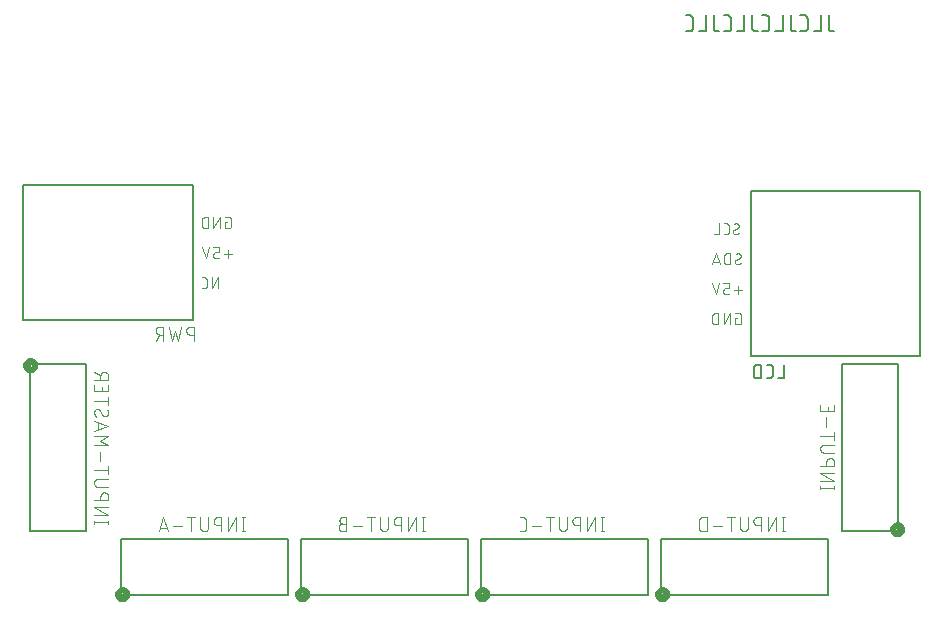
<source format=gbr>
G04 EAGLE Gerber RS-274X export*
G75*
%MOMM*%
%FSLAX34Y34*%
%LPD*%
%INSilkscreen Bottom*%
%IPPOS*%
%AMOC8*
5,1,8,0,0,1.08239X$1,22.5*%
G01*
%ADD10C,0.076200*%
%ADD11C,0.127000*%
%ADD12C,0.152400*%
%ADD13C,0.508000*%
%ADD14C,0.101600*%


D10*
X599618Y314889D02*
X599620Y314800D01*
X599626Y314712D01*
X599635Y314624D01*
X599648Y314536D01*
X599665Y314449D01*
X599685Y314363D01*
X599710Y314278D01*
X599737Y314193D01*
X599769Y314110D01*
X599803Y314029D01*
X599842Y313949D01*
X599883Y313871D01*
X599928Y313794D01*
X599976Y313720D01*
X600027Y313647D01*
X600081Y313577D01*
X600139Y313510D01*
X600199Y313444D01*
X600261Y313382D01*
X600327Y313322D01*
X600394Y313264D01*
X600464Y313210D01*
X600537Y313159D01*
X600611Y313111D01*
X600688Y313066D01*
X600766Y313025D01*
X600846Y312986D01*
X600927Y312952D01*
X601010Y312920D01*
X601095Y312893D01*
X601180Y312868D01*
X601266Y312848D01*
X601353Y312831D01*
X601441Y312818D01*
X601529Y312809D01*
X601617Y312803D01*
X601706Y312801D01*
X601835Y312803D01*
X601964Y312809D01*
X602093Y312818D01*
X602221Y312831D01*
X602349Y312848D01*
X602476Y312869D01*
X602603Y312893D01*
X602729Y312921D01*
X602854Y312953D01*
X602978Y312988D01*
X603101Y313027D01*
X603223Y313070D01*
X603343Y313116D01*
X603462Y313166D01*
X603580Y313219D01*
X603696Y313275D01*
X603810Y313335D01*
X603923Y313398D01*
X604033Y313465D01*
X604142Y313534D01*
X604248Y313607D01*
X604353Y313683D01*
X604455Y313762D01*
X604555Y313844D01*
X604652Y313928D01*
X604747Y314016D01*
X604839Y314106D01*
X604578Y320111D02*
X604576Y320200D01*
X604570Y320288D01*
X604561Y320376D01*
X604548Y320464D01*
X604531Y320551D01*
X604511Y320637D01*
X604486Y320722D01*
X604459Y320807D01*
X604427Y320890D01*
X604393Y320971D01*
X604354Y321051D01*
X604313Y321129D01*
X604268Y321206D01*
X604220Y321280D01*
X604169Y321353D01*
X604115Y321423D01*
X604057Y321490D01*
X603997Y321556D01*
X603935Y321618D01*
X603869Y321678D01*
X603802Y321736D01*
X603732Y321790D01*
X603659Y321841D01*
X603585Y321889D01*
X603508Y321934D01*
X603430Y321975D01*
X603350Y322014D01*
X603269Y322048D01*
X603186Y322080D01*
X603101Y322107D01*
X603016Y322132D01*
X602930Y322152D01*
X602843Y322169D01*
X602755Y322182D01*
X602667Y322191D01*
X602579Y322197D01*
X602490Y322199D01*
X602370Y322197D01*
X602250Y322192D01*
X602131Y322182D01*
X602011Y322170D01*
X601892Y322153D01*
X601774Y322133D01*
X601656Y322109D01*
X601540Y322082D01*
X601424Y322051D01*
X601309Y322017D01*
X601195Y321979D01*
X601082Y321937D01*
X600971Y321892D01*
X600861Y321844D01*
X600753Y321793D01*
X600646Y321738D01*
X600541Y321680D01*
X600438Y321618D01*
X600337Y321554D01*
X600237Y321486D01*
X600140Y321416D01*
X603534Y318284D02*
X603612Y318332D01*
X603688Y318384D01*
X603761Y318438D01*
X603832Y318496D01*
X603901Y318557D01*
X603967Y318621D01*
X604030Y318688D01*
X604090Y318757D01*
X604147Y318829D01*
X604201Y318903D01*
X604251Y318980D01*
X604299Y319059D01*
X604342Y319139D01*
X604383Y319222D01*
X604419Y319306D01*
X604452Y319391D01*
X604481Y319478D01*
X604507Y319567D01*
X604529Y319656D01*
X604546Y319746D01*
X604560Y319836D01*
X604570Y319928D01*
X604576Y320019D01*
X604578Y320111D01*
X600662Y316716D02*
X600584Y316668D01*
X600508Y316616D01*
X600435Y316562D01*
X600364Y316504D01*
X600295Y316443D01*
X600229Y316379D01*
X600166Y316312D01*
X600106Y316243D01*
X600049Y316171D01*
X599995Y316097D01*
X599945Y316020D01*
X599897Y315941D01*
X599854Y315861D01*
X599813Y315778D01*
X599777Y315694D01*
X599744Y315609D01*
X599715Y315522D01*
X599689Y315433D01*
X599667Y315344D01*
X599650Y315254D01*
X599636Y315164D01*
X599626Y315072D01*
X599620Y314981D01*
X599618Y314889D01*
X600662Y316717D02*
X603534Y318283D01*
X593937Y312801D02*
X591849Y312801D01*
X593937Y312801D02*
X594026Y312803D01*
X594114Y312809D01*
X594202Y312818D01*
X594290Y312831D01*
X594377Y312848D01*
X594463Y312868D01*
X594548Y312893D01*
X594633Y312920D01*
X594716Y312952D01*
X594797Y312986D01*
X594877Y313025D01*
X594955Y313066D01*
X595032Y313111D01*
X595106Y313159D01*
X595179Y313210D01*
X595249Y313264D01*
X595316Y313322D01*
X595382Y313382D01*
X595444Y313444D01*
X595504Y313510D01*
X595562Y313577D01*
X595616Y313647D01*
X595667Y313720D01*
X595715Y313794D01*
X595760Y313871D01*
X595801Y313949D01*
X595840Y314029D01*
X595874Y314110D01*
X595906Y314193D01*
X595933Y314278D01*
X595958Y314363D01*
X595978Y314449D01*
X595995Y314536D01*
X596008Y314624D01*
X596017Y314712D01*
X596023Y314800D01*
X596025Y314889D01*
X596026Y314889D02*
X596026Y320111D01*
X596025Y320111D02*
X596023Y320200D01*
X596017Y320288D01*
X596008Y320376D01*
X595995Y320464D01*
X595978Y320551D01*
X595958Y320637D01*
X595933Y320722D01*
X595906Y320807D01*
X595874Y320890D01*
X595840Y320971D01*
X595801Y321051D01*
X595760Y321129D01*
X595715Y321206D01*
X595667Y321280D01*
X595616Y321353D01*
X595562Y321423D01*
X595504Y321490D01*
X595444Y321556D01*
X595382Y321618D01*
X595316Y321678D01*
X595249Y321736D01*
X595179Y321790D01*
X595106Y321841D01*
X595032Y321889D01*
X594955Y321934D01*
X594877Y321975D01*
X594797Y322014D01*
X594716Y322048D01*
X594633Y322080D01*
X594548Y322107D01*
X594463Y322132D01*
X594377Y322152D01*
X594290Y322169D01*
X594202Y322182D01*
X594114Y322191D01*
X594026Y322197D01*
X593937Y322199D01*
X591849Y322199D01*
X588058Y322199D02*
X588058Y312801D01*
X583881Y312801D01*
X601307Y289489D02*
X601309Y289400D01*
X601315Y289312D01*
X601324Y289224D01*
X601337Y289136D01*
X601354Y289049D01*
X601374Y288963D01*
X601399Y288878D01*
X601426Y288793D01*
X601458Y288710D01*
X601492Y288629D01*
X601531Y288549D01*
X601572Y288471D01*
X601617Y288394D01*
X601665Y288320D01*
X601716Y288247D01*
X601770Y288177D01*
X601828Y288110D01*
X601888Y288044D01*
X601950Y287982D01*
X602016Y287922D01*
X602083Y287864D01*
X602153Y287810D01*
X602226Y287759D01*
X602300Y287711D01*
X602377Y287666D01*
X602455Y287625D01*
X602535Y287586D01*
X602616Y287552D01*
X602699Y287520D01*
X602784Y287493D01*
X602869Y287468D01*
X602955Y287448D01*
X603042Y287431D01*
X603130Y287418D01*
X603218Y287409D01*
X603306Y287403D01*
X603395Y287401D01*
X603524Y287403D01*
X603653Y287409D01*
X603782Y287418D01*
X603910Y287431D01*
X604038Y287448D01*
X604165Y287469D01*
X604292Y287493D01*
X604418Y287521D01*
X604543Y287553D01*
X604667Y287588D01*
X604790Y287627D01*
X604912Y287670D01*
X605032Y287716D01*
X605151Y287766D01*
X605269Y287819D01*
X605385Y287875D01*
X605499Y287935D01*
X605612Y287998D01*
X605722Y288065D01*
X605831Y288134D01*
X605937Y288207D01*
X606042Y288283D01*
X606144Y288362D01*
X606244Y288444D01*
X606341Y288528D01*
X606436Y288616D01*
X606528Y288706D01*
X606266Y294711D02*
X606264Y294800D01*
X606258Y294888D01*
X606249Y294976D01*
X606236Y295064D01*
X606219Y295151D01*
X606199Y295237D01*
X606174Y295322D01*
X606147Y295407D01*
X606115Y295490D01*
X606081Y295571D01*
X606042Y295651D01*
X606001Y295729D01*
X605956Y295806D01*
X605908Y295880D01*
X605857Y295953D01*
X605803Y296023D01*
X605745Y296090D01*
X605685Y296156D01*
X605623Y296218D01*
X605557Y296278D01*
X605490Y296336D01*
X605420Y296390D01*
X605347Y296441D01*
X605273Y296489D01*
X605196Y296534D01*
X605118Y296575D01*
X605038Y296614D01*
X604957Y296648D01*
X604874Y296680D01*
X604789Y296707D01*
X604704Y296732D01*
X604618Y296752D01*
X604531Y296769D01*
X604443Y296782D01*
X604355Y296791D01*
X604267Y296797D01*
X604178Y296799D01*
X604058Y296797D01*
X603938Y296792D01*
X603819Y296782D01*
X603699Y296770D01*
X603580Y296753D01*
X603462Y296733D01*
X603344Y296709D01*
X603228Y296682D01*
X603112Y296651D01*
X602997Y296617D01*
X602883Y296579D01*
X602770Y296537D01*
X602659Y296492D01*
X602549Y296444D01*
X602441Y296393D01*
X602334Y296338D01*
X602229Y296280D01*
X602126Y296218D01*
X602025Y296154D01*
X601925Y296086D01*
X601828Y296016D01*
X605223Y292884D02*
X605301Y292932D01*
X605377Y292984D01*
X605450Y293038D01*
X605521Y293096D01*
X605590Y293157D01*
X605656Y293221D01*
X605719Y293288D01*
X605779Y293357D01*
X605836Y293429D01*
X605890Y293503D01*
X605940Y293580D01*
X605988Y293659D01*
X606031Y293739D01*
X606072Y293822D01*
X606108Y293906D01*
X606141Y293991D01*
X606170Y294078D01*
X606196Y294167D01*
X606218Y294256D01*
X606235Y294346D01*
X606249Y294436D01*
X606259Y294528D01*
X606265Y294619D01*
X606267Y294711D01*
X602351Y291316D02*
X602273Y291268D01*
X602197Y291216D01*
X602124Y291162D01*
X602053Y291104D01*
X601984Y291043D01*
X601918Y290979D01*
X601855Y290912D01*
X601795Y290843D01*
X601738Y290771D01*
X601684Y290697D01*
X601634Y290620D01*
X601586Y290541D01*
X601543Y290461D01*
X601502Y290378D01*
X601466Y290294D01*
X601433Y290209D01*
X601404Y290122D01*
X601378Y290033D01*
X601356Y289944D01*
X601339Y289854D01*
X601325Y289764D01*
X601315Y289672D01*
X601309Y289581D01*
X601307Y289489D01*
X602351Y291317D02*
X605223Y292883D01*
X597384Y296799D02*
X597384Y287401D01*
X597384Y296799D02*
X594773Y296799D01*
X594673Y296797D01*
X594573Y296791D01*
X594474Y296782D01*
X594374Y296768D01*
X594276Y296751D01*
X594178Y296730D01*
X594081Y296706D01*
X593985Y296677D01*
X593890Y296645D01*
X593797Y296610D01*
X593705Y296571D01*
X593614Y296528D01*
X593526Y296482D01*
X593439Y296432D01*
X593354Y296380D01*
X593271Y296324D01*
X593190Y296265D01*
X593112Y296202D01*
X593036Y296137D01*
X592962Y296069D01*
X592892Y295999D01*
X592824Y295925D01*
X592759Y295849D01*
X592696Y295771D01*
X592637Y295690D01*
X592581Y295607D01*
X592529Y295522D01*
X592479Y295435D01*
X592433Y295347D01*
X592390Y295256D01*
X592351Y295164D01*
X592316Y295071D01*
X592284Y294976D01*
X592255Y294880D01*
X592231Y294783D01*
X592210Y294685D01*
X592193Y294587D01*
X592179Y294487D01*
X592170Y294388D01*
X592164Y294288D01*
X592162Y294188D01*
X592163Y294188D02*
X592163Y290012D01*
X592162Y290012D02*
X592164Y289912D01*
X592170Y289812D01*
X592179Y289713D01*
X592193Y289613D01*
X592210Y289515D01*
X592231Y289417D01*
X592255Y289320D01*
X592284Y289224D01*
X592316Y289129D01*
X592351Y289036D01*
X592390Y288944D01*
X592433Y288853D01*
X592479Y288765D01*
X592529Y288678D01*
X592581Y288593D01*
X592637Y288510D01*
X592696Y288429D01*
X592759Y288351D01*
X592824Y288275D01*
X592892Y288201D01*
X592962Y288131D01*
X593036Y288063D01*
X593112Y287998D01*
X593190Y287935D01*
X593271Y287876D01*
X593354Y287820D01*
X593439Y287768D01*
X593526Y287718D01*
X593614Y287672D01*
X593705Y287629D01*
X593797Y287590D01*
X593890Y287555D01*
X593985Y287523D01*
X594081Y287494D01*
X594178Y287470D01*
X594276Y287449D01*
X594374Y287432D01*
X594474Y287418D01*
X594573Y287409D01*
X594673Y287403D01*
X594773Y287401D01*
X597384Y287401D01*
X588457Y287401D02*
X585325Y296799D01*
X582192Y287401D01*
X582975Y289751D02*
X587674Y289751D01*
X600676Y265656D02*
X606941Y265656D01*
X603809Y268788D02*
X603809Y262523D01*
X596666Y262001D02*
X593533Y262001D01*
X593444Y262003D01*
X593356Y262009D01*
X593268Y262018D01*
X593180Y262031D01*
X593093Y262048D01*
X593007Y262068D01*
X592922Y262093D01*
X592837Y262120D01*
X592754Y262152D01*
X592673Y262186D01*
X592593Y262225D01*
X592515Y262266D01*
X592438Y262311D01*
X592364Y262359D01*
X592291Y262410D01*
X592221Y262464D01*
X592154Y262522D01*
X592088Y262582D01*
X592026Y262644D01*
X591966Y262710D01*
X591908Y262777D01*
X591854Y262847D01*
X591803Y262920D01*
X591755Y262994D01*
X591710Y263071D01*
X591669Y263149D01*
X591630Y263229D01*
X591596Y263310D01*
X591564Y263393D01*
X591537Y263478D01*
X591512Y263563D01*
X591492Y263649D01*
X591475Y263736D01*
X591462Y263824D01*
X591453Y263912D01*
X591447Y264000D01*
X591445Y264089D01*
X591445Y265134D01*
X591447Y265223D01*
X591453Y265311D01*
X591462Y265399D01*
X591475Y265487D01*
X591492Y265574D01*
X591512Y265660D01*
X591537Y265745D01*
X591564Y265830D01*
X591596Y265913D01*
X591630Y265994D01*
X591669Y266074D01*
X591710Y266152D01*
X591755Y266229D01*
X591803Y266303D01*
X591854Y266376D01*
X591908Y266446D01*
X591966Y266513D01*
X592026Y266579D01*
X592088Y266641D01*
X592154Y266701D01*
X592221Y266759D01*
X592291Y266813D01*
X592364Y266864D01*
X592438Y266912D01*
X592515Y266957D01*
X592593Y266998D01*
X592673Y267037D01*
X592754Y267071D01*
X592837Y267103D01*
X592922Y267130D01*
X593007Y267155D01*
X593093Y267175D01*
X593180Y267192D01*
X593268Y267205D01*
X593356Y267214D01*
X593444Y267220D01*
X593533Y267222D01*
X596666Y267222D01*
X596666Y271399D01*
X591445Y271399D01*
X588044Y271399D02*
X584911Y262001D01*
X581779Y271399D01*
X601503Y241822D02*
X603069Y241822D01*
X601503Y241822D02*
X601503Y236601D01*
X604636Y236601D01*
X604725Y236603D01*
X604813Y236609D01*
X604901Y236618D01*
X604989Y236631D01*
X605076Y236648D01*
X605162Y236668D01*
X605247Y236693D01*
X605332Y236720D01*
X605415Y236752D01*
X605496Y236786D01*
X605576Y236825D01*
X605654Y236866D01*
X605731Y236911D01*
X605805Y236959D01*
X605878Y237010D01*
X605948Y237064D01*
X606015Y237122D01*
X606081Y237182D01*
X606143Y237244D01*
X606203Y237310D01*
X606261Y237377D01*
X606315Y237447D01*
X606366Y237520D01*
X606414Y237594D01*
X606459Y237671D01*
X606500Y237749D01*
X606539Y237829D01*
X606573Y237910D01*
X606605Y237993D01*
X606632Y238078D01*
X606657Y238163D01*
X606677Y238249D01*
X606694Y238336D01*
X606707Y238424D01*
X606716Y238512D01*
X606722Y238600D01*
X606724Y238689D01*
X606724Y243911D01*
X606722Y244000D01*
X606716Y244088D01*
X606707Y244176D01*
X606694Y244264D01*
X606677Y244351D01*
X606657Y244437D01*
X606632Y244522D01*
X606605Y244607D01*
X606573Y244690D01*
X606539Y244771D01*
X606500Y244851D01*
X606459Y244929D01*
X606414Y245006D01*
X606366Y245080D01*
X606315Y245153D01*
X606261Y245223D01*
X606203Y245290D01*
X606143Y245356D01*
X606081Y245418D01*
X606015Y245478D01*
X605948Y245536D01*
X605878Y245590D01*
X605805Y245641D01*
X605731Y245689D01*
X605654Y245734D01*
X605576Y245775D01*
X605496Y245814D01*
X605415Y245848D01*
X605332Y245880D01*
X605247Y245907D01*
X605162Y245932D01*
X605076Y245952D01*
X604989Y245969D01*
X604901Y245982D01*
X604813Y245991D01*
X604725Y245997D01*
X604636Y245999D01*
X601503Y245999D01*
X596971Y245999D02*
X596971Y236601D01*
X591749Y236601D02*
X596971Y245999D01*
X591749Y245999D02*
X591749Y236601D01*
X587217Y236601D02*
X587217Y245999D01*
X584606Y245999D01*
X584506Y245997D01*
X584406Y245991D01*
X584307Y245982D01*
X584207Y245968D01*
X584109Y245951D01*
X584011Y245930D01*
X583914Y245906D01*
X583818Y245877D01*
X583723Y245845D01*
X583630Y245810D01*
X583538Y245771D01*
X583447Y245728D01*
X583359Y245682D01*
X583272Y245632D01*
X583187Y245580D01*
X583104Y245524D01*
X583023Y245465D01*
X582945Y245402D01*
X582869Y245337D01*
X582795Y245269D01*
X582725Y245199D01*
X582657Y245125D01*
X582592Y245049D01*
X582529Y244971D01*
X582470Y244890D01*
X582414Y244807D01*
X582362Y244722D01*
X582312Y244635D01*
X582266Y244547D01*
X582223Y244456D01*
X582184Y244364D01*
X582149Y244271D01*
X582117Y244176D01*
X582088Y244080D01*
X582064Y243983D01*
X582043Y243885D01*
X582026Y243787D01*
X582012Y243687D01*
X582003Y243588D01*
X581997Y243488D01*
X581995Y243388D01*
X581996Y243388D02*
X581996Y239212D01*
X581995Y239212D02*
X581997Y239112D01*
X582003Y239012D01*
X582012Y238913D01*
X582026Y238813D01*
X582043Y238715D01*
X582064Y238617D01*
X582088Y238520D01*
X582117Y238424D01*
X582149Y238329D01*
X582184Y238236D01*
X582223Y238144D01*
X582266Y238053D01*
X582312Y237965D01*
X582362Y237878D01*
X582414Y237793D01*
X582470Y237710D01*
X582529Y237629D01*
X582592Y237551D01*
X582657Y237475D01*
X582725Y237401D01*
X582795Y237331D01*
X582869Y237263D01*
X582945Y237198D01*
X583023Y237135D01*
X583104Y237076D01*
X583187Y237020D01*
X583272Y236968D01*
X583359Y236918D01*
X583447Y236872D01*
X583538Y236829D01*
X583630Y236790D01*
X583723Y236755D01*
X583818Y236723D01*
X583914Y236694D01*
X584011Y236670D01*
X584109Y236649D01*
X584207Y236632D01*
X584307Y236618D01*
X584406Y236609D01*
X584506Y236603D01*
X584606Y236601D01*
X587217Y236601D01*
X171052Y323102D02*
X169486Y323102D01*
X169486Y317881D01*
X172618Y317881D01*
X172707Y317883D01*
X172795Y317889D01*
X172883Y317898D01*
X172971Y317911D01*
X173058Y317928D01*
X173144Y317948D01*
X173229Y317973D01*
X173314Y318000D01*
X173397Y318032D01*
X173478Y318066D01*
X173558Y318105D01*
X173636Y318146D01*
X173713Y318191D01*
X173787Y318239D01*
X173860Y318290D01*
X173930Y318344D01*
X173997Y318402D01*
X174063Y318462D01*
X174125Y318524D01*
X174185Y318590D01*
X174243Y318657D01*
X174297Y318727D01*
X174348Y318800D01*
X174396Y318874D01*
X174441Y318951D01*
X174482Y319029D01*
X174521Y319109D01*
X174555Y319190D01*
X174587Y319273D01*
X174614Y319358D01*
X174639Y319443D01*
X174659Y319529D01*
X174676Y319616D01*
X174689Y319704D01*
X174698Y319792D01*
X174704Y319880D01*
X174706Y319969D01*
X174707Y319969D02*
X174707Y325191D01*
X174706Y325191D02*
X174704Y325280D01*
X174698Y325368D01*
X174689Y325456D01*
X174676Y325544D01*
X174659Y325631D01*
X174639Y325717D01*
X174614Y325802D01*
X174587Y325887D01*
X174555Y325970D01*
X174521Y326051D01*
X174482Y326131D01*
X174441Y326209D01*
X174396Y326286D01*
X174348Y326360D01*
X174297Y326433D01*
X174243Y326503D01*
X174185Y326570D01*
X174125Y326636D01*
X174063Y326698D01*
X173997Y326758D01*
X173930Y326816D01*
X173860Y326870D01*
X173787Y326921D01*
X173713Y326969D01*
X173636Y327014D01*
X173558Y327055D01*
X173478Y327094D01*
X173397Y327128D01*
X173314Y327160D01*
X173229Y327187D01*
X173144Y327212D01*
X173058Y327232D01*
X172971Y327249D01*
X172883Y327262D01*
X172795Y327271D01*
X172707Y327277D01*
X172618Y327279D01*
X169486Y327279D01*
X164953Y327279D02*
X164953Y317881D01*
X159732Y317881D02*
X164953Y327279D01*
X159732Y327279D02*
X159732Y317881D01*
X155200Y317881D02*
X155200Y327279D01*
X152589Y327279D01*
X152489Y327277D01*
X152389Y327271D01*
X152290Y327262D01*
X152190Y327248D01*
X152092Y327231D01*
X151994Y327210D01*
X151897Y327186D01*
X151801Y327157D01*
X151706Y327125D01*
X151613Y327090D01*
X151521Y327051D01*
X151430Y327008D01*
X151342Y326962D01*
X151255Y326912D01*
X151170Y326860D01*
X151087Y326804D01*
X151006Y326745D01*
X150928Y326682D01*
X150852Y326617D01*
X150778Y326549D01*
X150708Y326479D01*
X150640Y326405D01*
X150575Y326329D01*
X150512Y326251D01*
X150453Y326170D01*
X150397Y326087D01*
X150345Y326002D01*
X150295Y325915D01*
X150249Y325827D01*
X150206Y325736D01*
X150167Y325644D01*
X150132Y325551D01*
X150100Y325456D01*
X150071Y325360D01*
X150047Y325263D01*
X150026Y325165D01*
X150009Y325067D01*
X149995Y324967D01*
X149986Y324868D01*
X149980Y324768D01*
X149978Y324668D01*
X149979Y324668D02*
X149979Y320492D01*
X149978Y320492D02*
X149980Y320392D01*
X149986Y320292D01*
X149995Y320193D01*
X150009Y320093D01*
X150026Y319995D01*
X150047Y319897D01*
X150071Y319800D01*
X150100Y319704D01*
X150132Y319609D01*
X150167Y319516D01*
X150206Y319424D01*
X150249Y319333D01*
X150295Y319245D01*
X150345Y319158D01*
X150397Y319073D01*
X150453Y318990D01*
X150512Y318909D01*
X150575Y318831D01*
X150640Y318755D01*
X150708Y318681D01*
X150778Y318611D01*
X150852Y318543D01*
X150928Y318478D01*
X151006Y318415D01*
X151087Y318356D01*
X151170Y318300D01*
X151255Y318248D01*
X151342Y318198D01*
X151430Y318152D01*
X151521Y318109D01*
X151613Y318070D01*
X151706Y318035D01*
X151801Y318003D01*
X151897Y317974D01*
X151994Y317950D01*
X152092Y317929D01*
X152190Y317912D01*
X152290Y317898D01*
X152389Y317889D01*
X152489Y317883D01*
X152589Y317881D01*
X155200Y317881D01*
X168876Y296136D02*
X175141Y296136D01*
X172009Y299268D02*
X172009Y293003D01*
X164866Y292481D02*
X161733Y292481D01*
X161644Y292483D01*
X161556Y292489D01*
X161468Y292498D01*
X161380Y292511D01*
X161293Y292528D01*
X161207Y292548D01*
X161122Y292573D01*
X161037Y292600D01*
X160954Y292632D01*
X160873Y292666D01*
X160793Y292705D01*
X160715Y292746D01*
X160638Y292791D01*
X160564Y292839D01*
X160491Y292890D01*
X160421Y292944D01*
X160354Y293002D01*
X160288Y293062D01*
X160226Y293124D01*
X160166Y293190D01*
X160108Y293257D01*
X160054Y293327D01*
X160003Y293400D01*
X159955Y293474D01*
X159910Y293551D01*
X159869Y293629D01*
X159830Y293709D01*
X159796Y293790D01*
X159764Y293873D01*
X159737Y293958D01*
X159712Y294043D01*
X159692Y294129D01*
X159675Y294216D01*
X159662Y294304D01*
X159653Y294392D01*
X159647Y294480D01*
X159645Y294569D01*
X159645Y295614D01*
X159647Y295703D01*
X159653Y295791D01*
X159662Y295879D01*
X159675Y295967D01*
X159692Y296054D01*
X159712Y296140D01*
X159737Y296225D01*
X159764Y296310D01*
X159796Y296393D01*
X159830Y296474D01*
X159869Y296554D01*
X159910Y296632D01*
X159955Y296709D01*
X160003Y296783D01*
X160054Y296856D01*
X160108Y296926D01*
X160166Y296993D01*
X160226Y297059D01*
X160288Y297121D01*
X160354Y297181D01*
X160421Y297239D01*
X160491Y297293D01*
X160564Y297344D01*
X160638Y297392D01*
X160715Y297437D01*
X160793Y297478D01*
X160873Y297517D01*
X160954Y297551D01*
X161037Y297583D01*
X161122Y297610D01*
X161207Y297635D01*
X161293Y297655D01*
X161380Y297672D01*
X161468Y297685D01*
X161556Y297694D01*
X161644Y297700D01*
X161733Y297702D01*
X164866Y297702D01*
X164866Y301879D01*
X159645Y301879D01*
X156244Y301879D02*
X153111Y292481D01*
X149979Y301879D01*
X163578Y276479D02*
X163578Y267081D01*
X158357Y267081D02*
X163578Y276479D01*
X158357Y276479D02*
X158357Y267081D01*
X152067Y267081D02*
X149979Y267081D01*
X152067Y267081D02*
X152156Y267083D01*
X152244Y267089D01*
X152332Y267098D01*
X152420Y267111D01*
X152507Y267128D01*
X152593Y267148D01*
X152678Y267173D01*
X152763Y267200D01*
X152846Y267232D01*
X152927Y267266D01*
X153007Y267305D01*
X153085Y267346D01*
X153162Y267391D01*
X153236Y267439D01*
X153309Y267490D01*
X153379Y267544D01*
X153446Y267602D01*
X153512Y267662D01*
X153574Y267724D01*
X153634Y267790D01*
X153692Y267857D01*
X153746Y267927D01*
X153797Y268000D01*
X153845Y268074D01*
X153890Y268151D01*
X153931Y268229D01*
X153970Y268309D01*
X154004Y268390D01*
X154036Y268473D01*
X154063Y268558D01*
X154088Y268643D01*
X154108Y268729D01*
X154125Y268816D01*
X154138Y268904D01*
X154147Y268992D01*
X154153Y269080D01*
X154155Y269169D01*
X154155Y274391D01*
X154153Y274480D01*
X154147Y274568D01*
X154138Y274656D01*
X154125Y274744D01*
X154108Y274831D01*
X154088Y274917D01*
X154063Y275002D01*
X154036Y275087D01*
X154004Y275170D01*
X153970Y275251D01*
X153931Y275331D01*
X153890Y275409D01*
X153845Y275486D01*
X153797Y275560D01*
X153746Y275633D01*
X153692Y275703D01*
X153634Y275770D01*
X153574Y275836D01*
X153512Y275898D01*
X153446Y275958D01*
X153379Y276016D01*
X153309Y276070D01*
X153236Y276121D01*
X153162Y276169D01*
X153085Y276214D01*
X153007Y276255D01*
X152927Y276294D01*
X152846Y276328D01*
X152763Y276360D01*
X152678Y276387D01*
X152593Y276412D01*
X152507Y276432D01*
X152420Y276449D01*
X152332Y276462D01*
X152244Y276471D01*
X152156Y276477D01*
X152067Y276479D01*
X149979Y276479D01*
D11*
X680788Y487686D02*
X680788Y498365D01*
X680788Y487686D02*
X680790Y487577D01*
X680796Y487468D01*
X680805Y487360D01*
X680819Y487252D01*
X680836Y487144D01*
X680858Y487037D01*
X680883Y486931D01*
X680912Y486826D01*
X680944Y486722D01*
X680980Y486620D01*
X681020Y486518D01*
X681064Y486419D01*
X681111Y486320D01*
X681161Y486224D01*
X681215Y486129D01*
X681272Y486037D01*
X681333Y485946D01*
X681397Y485858D01*
X681463Y485772D01*
X681533Y485688D01*
X681606Y485607D01*
X681682Y485529D01*
X681760Y485453D01*
X681841Y485380D01*
X681925Y485310D01*
X682011Y485244D01*
X682099Y485180D01*
X682190Y485119D01*
X682282Y485062D01*
X682377Y485008D01*
X682473Y484958D01*
X682572Y484911D01*
X682671Y484867D01*
X682773Y484827D01*
X682875Y484791D01*
X682979Y484759D01*
X683084Y484730D01*
X683190Y484705D01*
X683297Y484683D01*
X683405Y484666D01*
X683513Y484652D01*
X683621Y484643D01*
X683730Y484637D01*
X683839Y484635D01*
X685365Y484635D01*
X674045Y484635D02*
X674045Y498365D01*
X674045Y484635D02*
X667943Y484635D01*
X659812Y484635D02*
X656761Y484635D01*
X659812Y484635D02*
X659921Y484637D01*
X660030Y484643D01*
X660138Y484652D01*
X660246Y484666D01*
X660354Y484683D01*
X660461Y484705D01*
X660567Y484730D01*
X660672Y484759D01*
X660776Y484791D01*
X660878Y484827D01*
X660980Y484867D01*
X661079Y484911D01*
X661178Y484958D01*
X661274Y485008D01*
X661369Y485062D01*
X661462Y485119D01*
X661552Y485180D01*
X661640Y485244D01*
X661726Y485310D01*
X661810Y485380D01*
X661891Y485453D01*
X661969Y485529D01*
X662045Y485607D01*
X662118Y485688D01*
X662188Y485772D01*
X662254Y485858D01*
X662318Y485946D01*
X662379Y486037D01*
X662436Y486129D01*
X662490Y486224D01*
X662540Y486320D01*
X662587Y486419D01*
X662631Y486518D01*
X662671Y486620D01*
X662707Y486723D01*
X662739Y486826D01*
X662768Y486931D01*
X662793Y487037D01*
X662815Y487144D01*
X662832Y487252D01*
X662846Y487360D01*
X662855Y487468D01*
X662861Y487577D01*
X662863Y487686D01*
X662863Y495314D01*
X662861Y495423D01*
X662855Y495532D01*
X662846Y495640D01*
X662832Y495748D01*
X662815Y495856D01*
X662793Y495963D01*
X662768Y496069D01*
X662739Y496174D01*
X662707Y496277D01*
X662671Y496380D01*
X662631Y496482D01*
X662587Y496581D01*
X662540Y496680D01*
X662490Y496776D01*
X662436Y496871D01*
X662379Y496963D01*
X662318Y497054D01*
X662254Y497142D01*
X662188Y497228D01*
X662118Y497312D01*
X662045Y497393D01*
X661969Y497471D01*
X661891Y497547D01*
X661810Y497620D01*
X661726Y497690D01*
X661640Y497756D01*
X661552Y497820D01*
X661462Y497881D01*
X661369Y497938D01*
X661274Y497992D01*
X661178Y498042D01*
X661079Y498089D01*
X660980Y498133D01*
X660878Y498173D01*
X660776Y498209D01*
X660672Y498241D01*
X660567Y498270D01*
X660461Y498295D01*
X660354Y498317D01*
X660246Y498334D01*
X660138Y498348D01*
X660030Y498357D01*
X659921Y498363D01*
X659812Y498365D01*
X656761Y498365D01*
X648388Y498365D02*
X648388Y487686D01*
X648389Y487686D02*
X648391Y487577D01*
X648397Y487468D01*
X648406Y487360D01*
X648420Y487252D01*
X648437Y487144D01*
X648459Y487037D01*
X648484Y486931D01*
X648513Y486826D01*
X648545Y486722D01*
X648581Y486620D01*
X648621Y486518D01*
X648665Y486419D01*
X648712Y486320D01*
X648762Y486224D01*
X648816Y486129D01*
X648873Y486037D01*
X648934Y485946D01*
X648998Y485858D01*
X649064Y485772D01*
X649134Y485688D01*
X649207Y485607D01*
X649283Y485529D01*
X649361Y485453D01*
X649442Y485380D01*
X649526Y485310D01*
X649612Y485244D01*
X649700Y485180D01*
X649791Y485119D01*
X649883Y485062D01*
X649978Y485008D01*
X650074Y484958D01*
X650173Y484911D01*
X650272Y484867D01*
X650374Y484827D01*
X650476Y484791D01*
X650580Y484759D01*
X650685Y484730D01*
X650791Y484705D01*
X650898Y484683D01*
X651006Y484666D01*
X651114Y484652D01*
X651222Y484643D01*
X651331Y484637D01*
X651440Y484635D01*
X652965Y484635D01*
X641645Y484635D02*
X641645Y498365D01*
X641645Y484635D02*
X635543Y484635D01*
X627412Y484635D02*
X624361Y484635D01*
X627412Y484635D02*
X627521Y484637D01*
X627630Y484643D01*
X627738Y484652D01*
X627846Y484666D01*
X627954Y484683D01*
X628061Y484705D01*
X628167Y484730D01*
X628272Y484759D01*
X628376Y484791D01*
X628478Y484827D01*
X628580Y484867D01*
X628679Y484911D01*
X628778Y484958D01*
X628874Y485008D01*
X628969Y485062D01*
X629062Y485119D01*
X629152Y485180D01*
X629240Y485244D01*
X629326Y485310D01*
X629410Y485380D01*
X629491Y485453D01*
X629569Y485529D01*
X629645Y485607D01*
X629718Y485688D01*
X629788Y485772D01*
X629854Y485858D01*
X629918Y485946D01*
X629979Y486037D01*
X630036Y486129D01*
X630090Y486224D01*
X630140Y486320D01*
X630187Y486419D01*
X630231Y486518D01*
X630271Y486620D01*
X630307Y486723D01*
X630339Y486826D01*
X630368Y486931D01*
X630393Y487037D01*
X630415Y487144D01*
X630432Y487252D01*
X630446Y487360D01*
X630455Y487468D01*
X630461Y487577D01*
X630463Y487686D01*
X630463Y495314D01*
X630461Y495423D01*
X630455Y495532D01*
X630446Y495640D01*
X630432Y495748D01*
X630415Y495856D01*
X630393Y495963D01*
X630368Y496069D01*
X630339Y496174D01*
X630307Y496277D01*
X630271Y496380D01*
X630231Y496482D01*
X630187Y496581D01*
X630140Y496680D01*
X630090Y496776D01*
X630036Y496871D01*
X629979Y496963D01*
X629918Y497054D01*
X629854Y497142D01*
X629788Y497228D01*
X629718Y497312D01*
X629645Y497393D01*
X629569Y497471D01*
X629491Y497547D01*
X629410Y497620D01*
X629326Y497690D01*
X629240Y497756D01*
X629152Y497820D01*
X629062Y497881D01*
X628969Y497938D01*
X628874Y497992D01*
X628778Y498042D01*
X628679Y498089D01*
X628580Y498133D01*
X628478Y498173D01*
X628376Y498209D01*
X628272Y498241D01*
X628167Y498270D01*
X628061Y498295D01*
X627954Y498317D01*
X627846Y498334D01*
X627738Y498348D01*
X627630Y498357D01*
X627521Y498363D01*
X627412Y498365D01*
X624361Y498365D01*
X615989Y498365D02*
X615989Y487686D01*
X615991Y487577D01*
X615997Y487468D01*
X616006Y487360D01*
X616020Y487252D01*
X616037Y487144D01*
X616059Y487037D01*
X616084Y486931D01*
X616113Y486826D01*
X616145Y486722D01*
X616181Y486620D01*
X616221Y486518D01*
X616265Y486419D01*
X616312Y486320D01*
X616362Y486224D01*
X616416Y486129D01*
X616473Y486037D01*
X616534Y485946D01*
X616598Y485858D01*
X616664Y485772D01*
X616734Y485688D01*
X616807Y485607D01*
X616883Y485529D01*
X616961Y485453D01*
X617042Y485380D01*
X617126Y485310D01*
X617212Y485244D01*
X617300Y485180D01*
X617391Y485119D01*
X617483Y485062D01*
X617578Y485008D01*
X617674Y484958D01*
X617773Y484911D01*
X617872Y484867D01*
X617974Y484827D01*
X618076Y484791D01*
X618180Y484759D01*
X618285Y484730D01*
X618391Y484705D01*
X618498Y484683D01*
X618606Y484666D01*
X618714Y484652D01*
X618822Y484643D01*
X618931Y484637D01*
X619040Y484635D01*
X620565Y484635D01*
X609245Y484635D02*
X609245Y498365D01*
X609245Y484635D02*
X603143Y484635D01*
X595012Y484635D02*
X591961Y484635D01*
X595012Y484635D02*
X595121Y484637D01*
X595230Y484643D01*
X595338Y484652D01*
X595446Y484666D01*
X595554Y484683D01*
X595661Y484705D01*
X595767Y484730D01*
X595872Y484759D01*
X595976Y484791D01*
X596078Y484827D01*
X596180Y484867D01*
X596279Y484911D01*
X596378Y484958D01*
X596474Y485008D01*
X596569Y485062D01*
X596662Y485119D01*
X596752Y485180D01*
X596840Y485244D01*
X596926Y485310D01*
X597010Y485380D01*
X597091Y485453D01*
X597169Y485529D01*
X597245Y485607D01*
X597318Y485688D01*
X597388Y485772D01*
X597454Y485858D01*
X597518Y485946D01*
X597579Y486037D01*
X597636Y486129D01*
X597690Y486224D01*
X597740Y486320D01*
X597787Y486419D01*
X597831Y486518D01*
X597871Y486620D01*
X597907Y486723D01*
X597939Y486826D01*
X597968Y486931D01*
X597993Y487037D01*
X598015Y487144D01*
X598032Y487252D01*
X598046Y487360D01*
X598055Y487468D01*
X598061Y487577D01*
X598063Y487686D01*
X598063Y495314D01*
X598061Y495423D01*
X598055Y495532D01*
X598046Y495640D01*
X598032Y495748D01*
X598015Y495856D01*
X597993Y495963D01*
X597968Y496069D01*
X597939Y496174D01*
X597907Y496277D01*
X597871Y496380D01*
X597831Y496482D01*
X597787Y496581D01*
X597740Y496680D01*
X597690Y496776D01*
X597636Y496871D01*
X597579Y496963D01*
X597518Y497054D01*
X597454Y497142D01*
X597388Y497228D01*
X597318Y497312D01*
X597245Y497393D01*
X597169Y497471D01*
X597091Y497547D01*
X597010Y497620D01*
X596926Y497690D01*
X596840Y497756D01*
X596752Y497820D01*
X596662Y497881D01*
X596569Y497938D01*
X596474Y497992D01*
X596378Y498042D01*
X596279Y498089D01*
X596180Y498133D01*
X596078Y498173D01*
X595976Y498209D01*
X595872Y498241D01*
X595767Y498270D01*
X595661Y498295D01*
X595554Y498317D01*
X595446Y498334D01*
X595338Y498348D01*
X595230Y498357D01*
X595121Y498363D01*
X595012Y498365D01*
X591961Y498365D01*
X583589Y498365D02*
X583589Y487686D01*
X583591Y487577D01*
X583597Y487468D01*
X583606Y487360D01*
X583620Y487252D01*
X583637Y487144D01*
X583659Y487037D01*
X583684Y486931D01*
X583713Y486826D01*
X583745Y486722D01*
X583781Y486620D01*
X583821Y486518D01*
X583865Y486419D01*
X583912Y486320D01*
X583962Y486224D01*
X584016Y486129D01*
X584073Y486037D01*
X584134Y485946D01*
X584198Y485858D01*
X584264Y485772D01*
X584334Y485688D01*
X584407Y485607D01*
X584483Y485529D01*
X584561Y485453D01*
X584642Y485380D01*
X584726Y485310D01*
X584812Y485244D01*
X584900Y485180D01*
X584991Y485119D01*
X585083Y485062D01*
X585178Y485008D01*
X585274Y484958D01*
X585373Y484911D01*
X585472Y484867D01*
X585574Y484827D01*
X585676Y484791D01*
X585780Y484759D01*
X585885Y484730D01*
X585991Y484705D01*
X586098Y484683D01*
X586206Y484666D01*
X586314Y484652D01*
X586422Y484643D01*
X586531Y484637D01*
X586640Y484635D01*
X588165Y484635D01*
X576846Y484635D02*
X576846Y498365D01*
X576846Y484635D02*
X570743Y484635D01*
X562612Y484635D02*
X559561Y484635D01*
X562612Y484635D02*
X562721Y484637D01*
X562830Y484643D01*
X562938Y484652D01*
X563046Y484666D01*
X563154Y484683D01*
X563261Y484705D01*
X563367Y484730D01*
X563472Y484759D01*
X563576Y484791D01*
X563678Y484827D01*
X563780Y484867D01*
X563879Y484911D01*
X563978Y484958D01*
X564074Y485008D01*
X564169Y485062D01*
X564262Y485119D01*
X564352Y485180D01*
X564440Y485244D01*
X564526Y485310D01*
X564610Y485380D01*
X564691Y485453D01*
X564769Y485529D01*
X564845Y485607D01*
X564918Y485688D01*
X564988Y485772D01*
X565054Y485858D01*
X565118Y485946D01*
X565179Y486037D01*
X565236Y486129D01*
X565290Y486224D01*
X565340Y486320D01*
X565387Y486419D01*
X565431Y486518D01*
X565471Y486620D01*
X565507Y486723D01*
X565539Y486826D01*
X565568Y486931D01*
X565593Y487037D01*
X565615Y487144D01*
X565632Y487252D01*
X565646Y487360D01*
X565655Y487468D01*
X565661Y487577D01*
X565663Y487686D01*
X565663Y495314D01*
X565661Y495423D01*
X565655Y495532D01*
X565646Y495640D01*
X565632Y495748D01*
X565615Y495856D01*
X565593Y495963D01*
X565568Y496069D01*
X565539Y496174D01*
X565507Y496277D01*
X565471Y496380D01*
X565431Y496482D01*
X565387Y496581D01*
X565340Y496680D01*
X565290Y496776D01*
X565236Y496871D01*
X565179Y496963D01*
X565118Y497054D01*
X565054Y497142D01*
X564988Y497228D01*
X564918Y497312D01*
X564845Y497393D01*
X564769Y497471D01*
X564691Y497547D01*
X564610Y497620D01*
X564526Y497690D01*
X564440Y497756D01*
X564352Y497820D01*
X564262Y497881D01*
X564169Y497938D01*
X564074Y497992D01*
X563978Y498042D01*
X563879Y498089D01*
X563780Y498133D01*
X563678Y498173D01*
X563576Y498209D01*
X563472Y498241D01*
X563367Y498270D01*
X563261Y498295D01*
X563154Y498317D01*
X563046Y498334D01*
X562938Y498348D01*
X562830Y498357D01*
X562721Y498363D01*
X562612Y498365D01*
X559561Y498365D01*
X614680Y349250D02*
X614680Y209550D01*
X758190Y209550D01*
X758190Y349250D01*
X614680Y349250D01*
X642798Y202565D02*
X642798Y191135D01*
X637718Y191135D01*
X630796Y191135D02*
X628256Y191135D01*
X630796Y191135D02*
X630896Y191137D01*
X630995Y191143D01*
X631095Y191153D01*
X631193Y191166D01*
X631292Y191184D01*
X631389Y191205D01*
X631485Y191230D01*
X631581Y191259D01*
X631675Y191292D01*
X631768Y191328D01*
X631859Y191368D01*
X631949Y191412D01*
X632037Y191459D01*
X632123Y191509D01*
X632207Y191563D01*
X632289Y191620D01*
X632368Y191680D01*
X632446Y191744D01*
X632520Y191810D01*
X632592Y191879D01*
X632661Y191951D01*
X632727Y192025D01*
X632791Y192103D01*
X632851Y192182D01*
X632908Y192264D01*
X632962Y192348D01*
X633012Y192434D01*
X633059Y192522D01*
X633103Y192612D01*
X633143Y192703D01*
X633179Y192796D01*
X633212Y192890D01*
X633241Y192986D01*
X633266Y193082D01*
X633287Y193179D01*
X633305Y193278D01*
X633318Y193376D01*
X633328Y193476D01*
X633334Y193575D01*
X633336Y193675D01*
X633336Y200025D01*
X633334Y200125D01*
X633328Y200224D01*
X633318Y200324D01*
X633305Y200422D01*
X633287Y200521D01*
X633266Y200618D01*
X633241Y200714D01*
X633212Y200810D01*
X633179Y200904D01*
X633143Y200997D01*
X633103Y201088D01*
X633059Y201178D01*
X633012Y201266D01*
X632962Y201352D01*
X632908Y201436D01*
X632851Y201518D01*
X632791Y201597D01*
X632727Y201675D01*
X632661Y201749D01*
X632592Y201821D01*
X632520Y201890D01*
X632446Y201956D01*
X632368Y202020D01*
X632289Y202080D01*
X632207Y202137D01*
X632123Y202191D01*
X632037Y202241D01*
X631949Y202288D01*
X631859Y202332D01*
X631768Y202372D01*
X631675Y202408D01*
X631581Y202441D01*
X631485Y202470D01*
X631389Y202495D01*
X631292Y202516D01*
X631193Y202534D01*
X631095Y202547D01*
X630995Y202557D01*
X630896Y202563D01*
X630796Y202565D01*
X628256Y202565D01*
X623392Y202565D02*
X623392Y191135D01*
X623392Y202565D02*
X620217Y202565D01*
X620106Y202563D01*
X619996Y202557D01*
X619885Y202548D01*
X619775Y202534D01*
X619666Y202517D01*
X619557Y202496D01*
X619449Y202471D01*
X619342Y202442D01*
X619236Y202410D01*
X619131Y202374D01*
X619028Y202334D01*
X618926Y202291D01*
X618825Y202244D01*
X618726Y202193D01*
X618630Y202140D01*
X618535Y202083D01*
X618442Y202022D01*
X618351Y201959D01*
X618262Y201892D01*
X618176Y201822D01*
X618093Y201749D01*
X618011Y201674D01*
X617933Y201596D01*
X617858Y201514D01*
X617785Y201431D01*
X617715Y201345D01*
X617648Y201256D01*
X617585Y201165D01*
X617524Y201072D01*
X617467Y200978D01*
X617414Y200881D01*
X617363Y200782D01*
X617316Y200681D01*
X617273Y200579D01*
X617233Y200476D01*
X617197Y200371D01*
X617165Y200265D01*
X617136Y200158D01*
X617111Y200050D01*
X617090Y199941D01*
X617073Y199832D01*
X617059Y199722D01*
X617050Y199611D01*
X617044Y199501D01*
X617042Y199390D01*
X617042Y194310D01*
X617044Y194199D01*
X617050Y194089D01*
X617059Y193978D01*
X617073Y193868D01*
X617090Y193759D01*
X617111Y193650D01*
X617136Y193542D01*
X617165Y193435D01*
X617197Y193329D01*
X617233Y193224D01*
X617273Y193121D01*
X617316Y193019D01*
X617363Y192918D01*
X617414Y192819D01*
X617467Y192723D01*
X617524Y192628D01*
X617585Y192535D01*
X617648Y192444D01*
X617715Y192355D01*
X617785Y192269D01*
X617858Y192186D01*
X617933Y192104D01*
X618011Y192026D01*
X618093Y191951D01*
X618176Y191878D01*
X618262Y191808D01*
X618351Y191741D01*
X618442Y191678D01*
X618535Y191617D01*
X618630Y191560D01*
X618726Y191507D01*
X618825Y191456D01*
X618926Y191409D01*
X619028Y191366D01*
X619131Y191326D01*
X619236Y191290D01*
X619342Y191258D01*
X619449Y191229D01*
X619557Y191204D01*
X619666Y191183D01*
X619775Y191166D01*
X619885Y191152D01*
X619996Y191143D01*
X620106Y191137D01*
X620217Y191135D01*
X623392Y191135D01*
D12*
X223139Y54610D02*
X81661Y54610D01*
X223139Y54610D02*
X223139Y7112D01*
X81661Y7112D01*
X81661Y54610D01*
D13*
X79121Y7620D02*
X79123Y7742D01*
X79129Y7864D01*
X79139Y7986D01*
X79152Y8107D01*
X79170Y8228D01*
X79191Y8348D01*
X79217Y8468D01*
X79246Y8586D01*
X79278Y8704D01*
X79315Y8821D01*
X79355Y8936D01*
X79399Y9050D01*
X79447Y9162D01*
X79498Y9273D01*
X79553Y9382D01*
X79611Y9490D01*
X79673Y9595D01*
X79738Y9698D01*
X79806Y9800D01*
X79878Y9899D01*
X79952Y9995D01*
X80030Y10090D01*
X80111Y10181D01*
X80194Y10271D01*
X80280Y10357D01*
X80370Y10440D01*
X80461Y10521D01*
X80556Y10599D01*
X80652Y10673D01*
X80751Y10745D01*
X80853Y10813D01*
X80956Y10878D01*
X81061Y10940D01*
X81169Y10998D01*
X81278Y11053D01*
X81389Y11104D01*
X81501Y11152D01*
X81615Y11196D01*
X81730Y11236D01*
X81847Y11273D01*
X81965Y11305D01*
X82083Y11334D01*
X82203Y11360D01*
X82323Y11381D01*
X82444Y11399D01*
X82565Y11412D01*
X82687Y11422D01*
X82809Y11428D01*
X82931Y11430D01*
X83053Y11428D01*
X83175Y11422D01*
X83297Y11412D01*
X83418Y11399D01*
X83539Y11381D01*
X83659Y11360D01*
X83779Y11334D01*
X83897Y11305D01*
X84015Y11273D01*
X84132Y11236D01*
X84247Y11196D01*
X84361Y11152D01*
X84473Y11104D01*
X84584Y11053D01*
X84693Y10998D01*
X84801Y10940D01*
X84906Y10878D01*
X85009Y10813D01*
X85111Y10745D01*
X85210Y10673D01*
X85306Y10599D01*
X85401Y10521D01*
X85492Y10440D01*
X85582Y10357D01*
X85668Y10271D01*
X85751Y10181D01*
X85832Y10090D01*
X85910Y9995D01*
X85984Y9899D01*
X86056Y9800D01*
X86124Y9698D01*
X86189Y9595D01*
X86251Y9490D01*
X86309Y9382D01*
X86364Y9273D01*
X86415Y9162D01*
X86463Y9050D01*
X86507Y8936D01*
X86547Y8821D01*
X86584Y8704D01*
X86616Y8586D01*
X86645Y8468D01*
X86671Y8348D01*
X86692Y8228D01*
X86710Y8107D01*
X86723Y7986D01*
X86733Y7864D01*
X86739Y7742D01*
X86741Y7620D01*
X86739Y7498D01*
X86733Y7376D01*
X86723Y7254D01*
X86710Y7133D01*
X86692Y7012D01*
X86671Y6892D01*
X86645Y6772D01*
X86616Y6654D01*
X86584Y6536D01*
X86547Y6419D01*
X86507Y6304D01*
X86463Y6190D01*
X86415Y6078D01*
X86364Y5967D01*
X86309Y5858D01*
X86251Y5750D01*
X86189Y5645D01*
X86124Y5542D01*
X86056Y5440D01*
X85984Y5341D01*
X85910Y5245D01*
X85832Y5150D01*
X85751Y5059D01*
X85668Y4969D01*
X85582Y4883D01*
X85492Y4800D01*
X85401Y4719D01*
X85306Y4641D01*
X85210Y4567D01*
X85111Y4495D01*
X85009Y4427D01*
X84906Y4362D01*
X84801Y4300D01*
X84693Y4242D01*
X84584Y4187D01*
X84473Y4136D01*
X84361Y4088D01*
X84247Y4044D01*
X84132Y4004D01*
X84015Y3967D01*
X83897Y3935D01*
X83779Y3906D01*
X83659Y3880D01*
X83539Y3859D01*
X83418Y3841D01*
X83297Y3828D01*
X83175Y3818D01*
X83053Y3812D01*
X82931Y3810D01*
X82809Y3812D01*
X82687Y3818D01*
X82565Y3828D01*
X82444Y3841D01*
X82323Y3859D01*
X82203Y3880D01*
X82083Y3906D01*
X81965Y3935D01*
X81847Y3967D01*
X81730Y4004D01*
X81615Y4044D01*
X81501Y4088D01*
X81389Y4136D01*
X81278Y4187D01*
X81169Y4242D01*
X81061Y4300D01*
X80956Y4362D01*
X80853Y4427D01*
X80751Y4495D01*
X80652Y4567D01*
X80556Y4641D01*
X80461Y4719D01*
X80370Y4800D01*
X80280Y4883D01*
X80194Y4969D01*
X80111Y5059D01*
X80030Y5150D01*
X79952Y5245D01*
X79878Y5341D01*
X79806Y5440D01*
X79738Y5542D01*
X79673Y5645D01*
X79611Y5750D01*
X79553Y5858D01*
X79498Y5967D01*
X79447Y6078D01*
X79399Y6190D01*
X79355Y6304D01*
X79315Y6419D01*
X79278Y6536D01*
X79246Y6654D01*
X79217Y6772D01*
X79191Y6892D01*
X79170Y7012D01*
X79152Y7133D01*
X79139Y7254D01*
X79129Y7376D01*
X79123Y7498D01*
X79121Y7620D01*
D10*
X185095Y61341D02*
X185095Y73279D01*
X186422Y61341D02*
X183769Y61341D01*
X183769Y73279D02*
X186422Y73279D01*
X178886Y73279D02*
X178886Y61341D01*
X172254Y61341D02*
X178886Y73279D01*
X172254Y73279D02*
X172254Y61341D01*
X166546Y61341D02*
X166546Y73279D01*
X163230Y73279D01*
X163116Y73277D01*
X163001Y73271D01*
X162887Y73261D01*
X162774Y73247D01*
X162660Y73230D01*
X162548Y73208D01*
X162436Y73183D01*
X162326Y73153D01*
X162216Y73120D01*
X162108Y73083D01*
X162001Y73043D01*
X161895Y72998D01*
X161791Y72951D01*
X161689Y72899D01*
X161589Y72844D01*
X161490Y72786D01*
X161394Y72724D01*
X161299Y72659D01*
X161208Y72591D01*
X161118Y72519D01*
X161031Y72445D01*
X160947Y72368D01*
X160865Y72287D01*
X160786Y72204D01*
X160710Y72119D01*
X160637Y72030D01*
X160568Y71940D01*
X160501Y71847D01*
X160438Y71751D01*
X160378Y71654D01*
X160321Y71554D01*
X160268Y71453D01*
X160218Y71350D01*
X160172Y71245D01*
X160129Y71139D01*
X160091Y71031D01*
X160056Y70922D01*
X160025Y70812D01*
X159997Y70701D01*
X159974Y70589D01*
X159954Y70476D01*
X159938Y70363D01*
X159926Y70249D01*
X159918Y70135D01*
X159914Y70020D01*
X159914Y69906D01*
X159918Y69791D01*
X159926Y69677D01*
X159938Y69563D01*
X159954Y69450D01*
X159974Y69337D01*
X159997Y69225D01*
X160025Y69114D01*
X160056Y69004D01*
X160091Y68895D01*
X160129Y68787D01*
X160172Y68681D01*
X160218Y68576D01*
X160268Y68473D01*
X160321Y68372D01*
X160378Y68272D01*
X160438Y68175D01*
X160501Y68079D01*
X160568Y67986D01*
X160637Y67896D01*
X160710Y67807D01*
X160786Y67722D01*
X160865Y67639D01*
X160947Y67558D01*
X161031Y67481D01*
X161118Y67407D01*
X161208Y67335D01*
X161299Y67267D01*
X161394Y67202D01*
X161490Y67140D01*
X161589Y67082D01*
X161689Y67027D01*
X161791Y66975D01*
X161895Y66928D01*
X162001Y66883D01*
X162108Y66843D01*
X162216Y66806D01*
X162326Y66773D01*
X162436Y66743D01*
X162548Y66718D01*
X162660Y66696D01*
X162774Y66679D01*
X162887Y66665D01*
X163001Y66655D01*
X163116Y66649D01*
X163230Y66647D01*
X166546Y66647D01*
X155265Y64657D02*
X155265Y73279D01*
X155264Y64657D02*
X155262Y64543D01*
X155256Y64428D01*
X155246Y64314D01*
X155232Y64201D01*
X155215Y64087D01*
X155193Y63975D01*
X155168Y63863D01*
X155138Y63753D01*
X155105Y63643D01*
X155068Y63535D01*
X155028Y63428D01*
X154983Y63322D01*
X154936Y63218D01*
X154884Y63116D01*
X154829Y63016D01*
X154771Y62917D01*
X154709Y62821D01*
X154644Y62726D01*
X154576Y62635D01*
X154504Y62545D01*
X154430Y62458D01*
X154353Y62374D01*
X154272Y62292D01*
X154189Y62213D01*
X154104Y62137D01*
X154015Y62064D01*
X153925Y61995D01*
X153832Y61928D01*
X153736Y61865D01*
X153639Y61805D01*
X153539Y61748D01*
X153438Y61695D01*
X153335Y61645D01*
X153230Y61599D01*
X153124Y61556D01*
X153016Y61518D01*
X152907Y61483D01*
X152797Y61452D01*
X152686Y61424D01*
X152574Y61401D01*
X152461Y61381D01*
X152348Y61365D01*
X152234Y61353D01*
X152120Y61345D01*
X152005Y61341D01*
X151891Y61341D01*
X151776Y61345D01*
X151662Y61353D01*
X151548Y61365D01*
X151435Y61381D01*
X151322Y61401D01*
X151210Y61424D01*
X151099Y61452D01*
X150989Y61483D01*
X150880Y61518D01*
X150772Y61556D01*
X150666Y61599D01*
X150561Y61645D01*
X150458Y61695D01*
X150357Y61748D01*
X150257Y61805D01*
X150160Y61865D01*
X150064Y61928D01*
X149971Y61995D01*
X149881Y62064D01*
X149792Y62137D01*
X149707Y62213D01*
X149624Y62292D01*
X149543Y62374D01*
X149466Y62458D01*
X149392Y62545D01*
X149320Y62635D01*
X149252Y62726D01*
X149187Y62821D01*
X149125Y62917D01*
X149067Y63016D01*
X149012Y63116D01*
X148960Y63218D01*
X148913Y63322D01*
X148868Y63428D01*
X148828Y63535D01*
X148791Y63643D01*
X148758Y63753D01*
X148728Y63863D01*
X148703Y63975D01*
X148681Y64087D01*
X148664Y64201D01*
X148650Y64314D01*
X148640Y64428D01*
X148634Y64543D01*
X148632Y64657D01*
X148632Y73279D01*
X140899Y73279D02*
X140899Y61341D01*
X137583Y73279D02*
X144216Y73279D01*
X133449Y65984D02*
X125490Y65984D01*
X121257Y61341D02*
X117278Y73279D01*
X113298Y61341D01*
X114293Y64326D02*
X120262Y64326D01*
D12*
X234061Y54610D02*
X375539Y54610D01*
X375539Y7112D01*
X234061Y7112D01*
X234061Y54610D01*
D13*
X231521Y7620D02*
X231523Y7742D01*
X231529Y7864D01*
X231539Y7986D01*
X231552Y8107D01*
X231570Y8228D01*
X231591Y8348D01*
X231617Y8468D01*
X231646Y8586D01*
X231678Y8704D01*
X231715Y8821D01*
X231755Y8936D01*
X231799Y9050D01*
X231847Y9162D01*
X231898Y9273D01*
X231953Y9382D01*
X232011Y9490D01*
X232073Y9595D01*
X232138Y9698D01*
X232206Y9800D01*
X232278Y9899D01*
X232352Y9995D01*
X232430Y10090D01*
X232511Y10181D01*
X232594Y10271D01*
X232680Y10357D01*
X232770Y10440D01*
X232861Y10521D01*
X232956Y10599D01*
X233052Y10673D01*
X233151Y10745D01*
X233253Y10813D01*
X233356Y10878D01*
X233461Y10940D01*
X233569Y10998D01*
X233678Y11053D01*
X233789Y11104D01*
X233901Y11152D01*
X234015Y11196D01*
X234130Y11236D01*
X234247Y11273D01*
X234365Y11305D01*
X234483Y11334D01*
X234603Y11360D01*
X234723Y11381D01*
X234844Y11399D01*
X234965Y11412D01*
X235087Y11422D01*
X235209Y11428D01*
X235331Y11430D01*
X235453Y11428D01*
X235575Y11422D01*
X235697Y11412D01*
X235818Y11399D01*
X235939Y11381D01*
X236059Y11360D01*
X236179Y11334D01*
X236297Y11305D01*
X236415Y11273D01*
X236532Y11236D01*
X236647Y11196D01*
X236761Y11152D01*
X236873Y11104D01*
X236984Y11053D01*
X237093Y10998D01*
X237201Y10940D01*
X237306Y10878D01*
X237409Y10813D01*
X237511Y10745D01*
X237610Y10673D01*
X237706Y10599D01*
X237801Y10521D01*
X237892Y10440D01*
X237982Y10357D01*
X238068Y10271D01*
X238151Y10181D01*
X238232Y10090D01*
X238310Y9995D01*
X238384Y9899D01*
X238456Y9800D01*
X238524Y9698D01*
X238589Y9595D01*
X238651Y9490D01*
X238709Y9382D01*
X238764Y9273D01*
X238815Y9162D01*
X238863Y9050D01*
X238907Y8936D01*
X238947Y8821D01*
X238984Y8704D01*
X239016Y8586D01*
X239045Y8468D01*
X239071Y8348D01*
X239092Y8228D01*
X239110Y8107D01*
X239123Y7986D01*
X239133Y7864D01*
X239139Y7742D01*
X239141Y7620D01*
X239139Y7498D01*
X239133Y7376D01*
X239123Y7254D01*
X239110Y7133D01*
X239092Y7012D01*
X239071Y6892D01*
X239045Y6772D01*
X239016Y6654D01*
X238984Y6536D01*
X238947Y6419D01*
X238907Y6304D01*
X238863Y6190D01*
X238815Y6078D01*
X238764Y5967D01*
X238709Y5858D01*
X238651Y5750D01*
X238589Y5645D01*
X238524Y5542D01*
X238456Y5440D01*
X238384Y5341D01*
X238310Y5245D01*
X238232Y5150D01*
X238151Y5059D01*
X238068Y4969D01*
X237982Y4883D01*
X237892Y4800D01*
X237801Y4719D01*
X237706Y4641D01*
X237610Y4567D01*
X237511Y4495D01*
X237409Y4427D01*
X237306Y4362D01*
X237201Y4300D01*
X237093Y4242D01*
X236984Y4187D01*
X236873Y4136D01*
X236761Y4088D01*
X236647Y4044D01*
X236532Y4004D01*
X236415Y3967D01*
X236297Y3935D01*
X236179Y3906D01*
X236059Y3880D01*
X235939Y3859D01*
X235818Y3841D01*
X235697Y3828D01*
X235575Y3818D01*
X235453Y3812D01*
X235331Y3810D01*
X235209Y3812D01*
X235087Y3818D01*
X234965Y3828D01*
X234844Y3841D01*
X234723Y3859D01*
X234603Y3880D01*
X234483Y3906D01*
X234365Y3935D01*
X234247Y3967D01*
X234130Y4004D01*
X234015Y4044D01*
X233901Y4088D01*
X233789Y4136D01*
X233678Y4187D01*
X233569Y4242D01*
X233461Y4300D01*
X233356Y4362D01*
X233253Y4427D01*
X233151Y4495D01*
X233052Y4567D01*
X232956Y4641D01*
X232861Y4719D01*
X232770Y4800D01*
X232680Y4883D01*
X232594Y4969D01*
X232511Y5059D01*
X232430Y5150D01*
X232352Y5245D01*
X232278Y5341D01*
X232206Y5440D01*
X232138Y5542D01*
X232073Y5645D01*
X232011Y5750D01*
X231953Y5858D01*
X231898Y5967D01*
X231847Y6078D01*
X231799Y6190D01*
X231755Y6304D01*
X231715Y6419D01*
X231678Y6536D01*
X231646Y6654D01*
X231617Y6772D01*
X231591Y6892D01*
X231570Y7012D01*
X231552Y7133D01*
X231539Y7254D01*
X231529Y7376D01*
X231523Y7498D01*
X231521Y7620D01*
D10*
X337428Y61341D02*
X337428Y73279D01*
X338755Y61341D02*
X336102Y61341D01*
X336102Y73279D02*
X338755Y73279D01*
X331219Y73279D02*
X331219Y61341D01*
X324587Y61341D02*
X331219Y73279D01*
X324587Y73279D02*
X324587Y61341D01*
X318879Y61341D02*
X318879Y73279D01*
X315563Y73279D01*
X315449Y73277D01*
X315334Y73271D01*
X315220Y73261D01*
X315107Y73247D01*
X314993Y73230D01*
X314881Y73208D01*
X314769Y73183D01*
X314659Y73153D01*
X314549Y73120D01*
X314441Y73083D01*
X314334Y73043D01*
X314228Y72998D01*
X314124Y72951D01*
X314022Y72899D01*
X313922Y72844D01*
X313823Y72786D01*
X313727Y72724D01*
X313632Y72659D01*
X313541Y72591D01*
X313451Y72519D01*
X313364Y72445D01*
X313280Y72368D01*
X313198Y72287D01*
X313119Y72204D01*
X313043Y72119D01*
X312970Y72030D01*
X312901Y71940D01*
X312834Y71847D01*
X312771Y71751D01*
X312711Y71654D01*
X312654Y71554D01*
X312601Y71453D01*
X312551Y71350D01*
X312505Y71245D01*
X312462Y71139D01*
X312424Y71031D01*
X312389Y70922D01*
X312358Y70812D01*
X312330Y70701D01*
X312307Y70589D01*
X312287Y70476D01*
X312271Y70363D01*
X312259Y70249D01*
X312251Y70135D01*
X312247Y70020D01*
X312247Y69906D01*
X312251Y69791D01*
X312259Y69677D01*
X312271Y69563D01*
X312287Y69450D01*
X312307Y69337D01*
X312330Y69225D01*
X312358Y69114D01*
X312389Y69004D01*
X312424Y68895D01*
X312462Y68787D01*
X312505Y68681D01*
X312551Y68576D01*
X312601Y68473D01*
X312654Y68372D01*
X312711Y68272D01*
X312771Y68175D01*
X312834Y68079D01*
X312901Y67986D01*
X312970Y67896D01*
X313043Y67807D01*
X313119Y67722D01*
X313198Y67639D01*
X313280Y67558D01*
X313364Y67481D01*
X313451Y67407D01*
X313541Y67335D01*
X313632Y67267D01*
X313727Y67202D01*
X313823Y67140D01*
X313922Y67082D01*
X314022Y67027D01*
X314124Y66975D01*
X314228Y66928D01*
X314334Y66883D01*
X314441Y66843D01*
X314549Y66806D01*
X314659Y66773D01*
X314769Y66743D01*
X314881Y66718D01*
X314993Y66696D01*
X315107Y66679D01*
X315220Y66665D01*
X315334Y66655D01*
X315449Y66649D01*
X315563Y66647D01*
X318879Y66647D01*
X307598Y64657D02*
X307598Y73279D01*
X307597Y64657D02*
X307595Y64543D01*
X307589Y64428D01*
X307579Y64314D01*
X307565Y64201D01*
X307548Y64087D01*
X307526Y63975D01*
X307501Y63863D01*
X307471Y63753D01*
X307438Y63643D01*
X307401Y63535D01*
X307361Y63428D01*
X307316Y63322D01*
X307269Y63218D01*
X307217Y63116D01*
X307162Y63016D01*
X307104Y62917D01*
X307042Y62821D01*
X306977Y62726D01*
X306909Y62635D01*
X306837Y62545D01*
X306763Y62458D01*
X306686Y62374D01*
X306605Y62292D01*
X306522Y62213D01*
X306437Y62137D01*
X306348Y62064D01*
X306258Y61995D01*
X306165Y61928D01*
X306069Y61865D01*
X305972Y61805D01*
X305872Y61748D01*
X305771Y61695D01*
X305668Y61645D01*
X305563Y61599D01*
X305457Y61556D01*
X305349Y61518D01*
X305240Y61483D01*
X305130Y61452D01*
X305019Y61424D01*
X304907Y61401D01*
X304794Y61381D01*
X304681Y61365D01*
X304567Y61353D01*
X304453Y61345D01*
X304338Y61341D01*
X304224Y61341D01*
X304109Y61345D01*
X303995Y61353D01*
X303881Y61365D01*
X303768Y61381D01*
X303655Y61401D01*
X303543Y61424D01*
X303432Y61452D01*
X303322Y61483D01*
X303213Y61518D01*
X303105Y61556D01*
X302999Y61599D01*
X302894Y61645D01*
X302791Y61695D01*
X302690Y61748D01*
X302590Y61805D01*
X302493Y61865D01*
X302397Y61928D01*
X302304Y61995D01*
X302214Y62064D01*
X302125Y62137D01*
X302040Y62213D01*
X301957Y62292D01*
X301876Y62374D01*
X301799Y62458D01*
X301725Y62545D01*
X301653Y62635D01*
X301585Y62726D01*
X301520Y62821D01*
X301458Y62917D01*
X301400Y63016D01*
X301345Y63116D01*
X301293Y63218D01*
X301246Y63322D01*
X301201Y63428D01*
X301161Y63535D01*
X301124Y63643D01*
X301091Y63753D01*
X301061Y63863D01*
X301036Y63975D01*
X301014Y64087D01*
X300997Y64201D01*
X300983Y64314D01*
X300973Y64428D01*
X300967Y64543D01*
X300965Y64657D01*
X300965Y73279D01*
X293232Y73279D02*
X293232Y61341D01*
X289916Y73279D02*
X296549Y73279D01*
X285782Y65984D02*
X277823Y65984D01*
X272397Y67973D02*
X269081Y67973D01*
X268967Y67971D01*
X268852Y67965D01*
X268738Y67955D01*
X268625Y67941D01*
X268511Y67924D01*
X268399Y67902D01*
X268287Y67877D01*
X268177Y67847D01*
X268067Y67814D01*
X267959Y67777D01*
X267852Y67737D01*
X267746Y67692D01*
X267642Y67645D01*
X267540Y67593D01*
X267440Y67538D01*
X267341Y67480D01*
X267245Y67418D01*
X267150Y67353D01*
X267059Y67285D01*
X266969Y67213D01*
X266882Y67139D01*
X266798Y67062D01*
X266716Y66981D01*
X266637Y66898D01*
X266561Y66813D01*
X266488Y66724D01*
X266419Y66634D01*
X266352Y66541D01*
X266289Y66445D01*
X266229Y66348D01*
X266172Y66248D01*
X266119Y66147D01*
X266069Y66044D01*
X266023Y65939D01*
X265980Y65833D01*
X265942Y65725D01*
X265907Y65616D01*
X265876Y65506D01*
X265848Y65395D01*
X265825Y65283D01*
X265805Y65170D01*
X265789Y65057D01*
X265777Y64943D01*
X265769Y64829D01*
X265765Y64714D01*
X265765Y64600D01*
X265769Y64485D01*
X265777Y64371D01*
X265789Y64257D01*
X265805Y64144D01*
X265825Y64031D01*
X265848Y63919D01*
X265876Y63808D01*
X265907Y63698D01*
X265942Y63589D01*
X265980Y63481D01*
X266023Y63375D01*
X266069Y63270D01*
X266119Y63167D01*
X266172Y63066D01*
X266229Y62966D01*
X266289Y62869D01*
X266352Y62773D01*
X266419Y62680D01*
X266488Y62590D01*
X266561Y62501D01*
X266637Y62416D01*
X266716Y62333D01*
X266798Y62252D01*
X266882Y62175D01*
X266969Y62101D01*
X267059Y62029D01*
X267150Y61961D01*
X267245Y61896D01*
X267341Y61834D01*
X267440Y61776D01*
X267540Y61721D01*
X267642Y61669D01*
X267746Y61622D01*
X267852Y61577D01*
X267959Y61537D01*
X268067Y61500D01*
X268177Y61467D01*
X268287Y61437D01*
X268399Y61412D01*
X268511Y61390D01*
X268625Y61373D01*
X268738Y61359D01*
X268852Y61349D01*
X268967Y61343D01*
X269081Y61341D01*
X272397Y61341D01*
X272397Y73279D01*
X269081Y73279D01*
X268979Y73277D01*
X268878Y73271D01*
X268777Y73261D01*
X268676Y73248D01*
X268576Y73230D01*
X268477Y73209D01*
X268378Y73184D01*
X268281Y73155D01*
X268184Y73123D01*
X268089Y73087D01*
X267996Y73047D01*
X267904Y73004D01*
X267814Y72957D01*
X267725Y72906D01*
X267639Y72853D01*
X267555Y72796D01*
X267473Y72736D01*
X267393Y72673D01*
X267316Y72607D01*
X267241Y72538D01*
X267169Y72466D01*
X267100Y72391D01*
X267034Y72314D01*
X266971Y72234D01*
X266911Y72152D01*
X266854Y72068D01*
X266801Y71982D01*
X266750Y71893D01*
X266703Y71803D01*
X266660Y71711D01*
X266620Y71618D01*
X266584Y71523D01*
X266552Y71426D01*
X266523Y71329D01*
X266498Y71230D01*
X266477Y71131D01*
X266459Y71031D01*
X266446Y70930D01*
X266436Y70829D01*
X266430Y70728D01*
X266428Y70626D01*
X266430Y70524D01*
X266436Y70423D01*
X266446Y70322D01*
X266459Y70221D01*
X266477Y70121D01*
X266498Y70022D01*
X266523Y69923D01*
X266552Y69826D01*
X266584Y69729D01*
X266620Y69634D01*
X266660Y69541D01*
X266703Y69449D01*
X266750Y69359D01*
X266801Y69270D01*
X266854Y69184D01*
X266911Y69100D01*
X266971Y69018D01*
X267034Y68938D01*
X267100Y68861D01*
X267169Y68786D01*
X267241Y68714D01*
X267316Y68645D01*
X267393Y68579D01*
X267473Y68516D01*
X267555Y68456D01*
X267639Y68399D01*
X267725Y68346D01*
X267814Y68295D01*
X267904Y68248D01*
X267996Y68205D01*
X268089Y68165D01*
X268184Y68129D01*
X268281Y68097D01*
X268378Y68068D01*
X268477Y68043D01*
X268576Y68022D01*
X268676Y68004D01*
X268777Y67991D01*
X268878Y67981D01*
X268979Y67975D01*
X269081Y67973D01*
D12*
X386461Y54610D02*
X527939Y54610D01*
X527939Y7112D01*
X386461Y7112D01*
X386461Y54610D01*
D13*
X383921Y7620D02*
X383923Y7742D01*
X383929Y7864D01*
X383939Y7986D01*
X383952Y8107D01*
X383970Y8228D01*
X383991Y8348D01*
X384017Y8468D01*
X384046Y8586D01*
X384078Y8704D01*
X384115Y8821D01*
X384155Y8936D01*
X384199Y9050D01*
X384247Y9162D01*
X384298Y9273D01*
X384353Y9382D01*
X384411Y9490D01*
X384473Y9595D01*
X384538Y9698D01*
X384606Y9800D01*
X384678Y9899D01*
X384752Y9995D01*
X384830Y10090D01*
X384911Y10181D01*
X384994Y10271D01*
X385080Y10357D01*
X385170Y10440D01*
X385261Y10521D01*
X385356Y10599D01*
X385452Y10673D01*
X385551Y10745D01*
X385653Y10813D01*
X385756Y10878D01*
X385861Y10940D01*
X385969Y10998D01*
X386078Y11053D01*
X386189Y11104D01*
X386301Y11152D01*
X386415Y11196D01*
X386530Y11236D01*
X386647Y11273D01*
X386765Y11305D01*
X386883Y11334D01*
X387003Y11360D01*
X387123Y11381D01*
X387244Y11399D01*
X387365Y11412D01*
X387487Y11422D01*
X387609Y11428D01*
X387731Y11430D01*
X387853Y11428D01*
X387975Y11422D01*
X388097Y11412D01*
X388218Y11399D01*
X388339Y11381D01*
X388459Y11360D01*
X388579Y11334D01*
X388697Y11305D01*
X388815Y11273D01*
X388932Y11236D01*
X389047Y11196D01*
X389161Y11152D01*
X389273Y11104D01*
X389384Y11053D01*
X389493Y10998D01*
X389601Y10940D01*
X389706Y10878D01*
X389809Y10813D01*
X389911Y10745D01*
X390010Y10673D01*
X390106Y10599D01*
X390201Y10521D01*
X390292Y10440D01*
X390382Y10357D01*
X390468Y10271D01*
X390551Y10181D01*
X390632Y10090D01*
X390710Y9995D01*
X390784Y9899D01*
X390856Y9800D01*
X390924Y9698D01*
X390989Y9595D01*
X391051Y9490D01*
X391109Y9382D01*
X391164Y9273D01*
X391215Y9162D01*
X391263Y9050D01*
X391307Y8936D01*
X391347Y8821D01*
X391384Y8704D01*
X391416Y8586D01*
X391445Y8468D01*
X391471Y8348D01*
X391492Y8228D01*
X391510Y8107D01*
X391523Y7986D01*
X391533Y7864D01*
X391539Y7742D01*
X391541Y7620D01*
X391539Y7498D01*
X391533Y7376D01*
X391523Y7254D01*
X391510Y7133D01*
X391492Y7012D01*
X391471Y6892D01*
X391445Y6772D01*
X391416Y6654D01*
X391384Y6536D01*
X391347Y6419D01*
X391307Y6304D01*
X391263Y6190D01*
X391215Y6078D01*
X391164Y5967D01*
X391109Y5858D01*
X391051Y5750D01*
X390989Y5645D01*
X390924Y5542D01*
X390856Y5440D01*
X390784Y5341D01*
X390710Y5245D01*
X390632Y5150D01*
X390551Y5059D01*
X390468Y4969D01*
X390382Y4883D01*
X390292Y4800D01*
X390201Y4719D01*
X390106Y4641D01*
X390010Y4567D01*
X389911Y4495D01*
X389809Y4427D01*
X389706Y4362D01*
X389601Y4300D01*
X389493Y4242D01*
X389384Y4187D01*
X389273Y4136D01*
X389161Y4088D01*
X389047Y4044D01*
X388932Y4004D01*
X388815Y3967D01*
X388697Y3935D01*
X388579Y3906D01*
X388459Y3880D01*
X388339Y3859D01*
X388218Y3841D01*
X388097Y3828D01*
X387975Y3818D01*
X387853Y3812D01*
X387731Y3810D01*
X387609Y3812D01*
X387487Y3818D01*
X387365Y3828D01*
X387244Y3841D01*
X387123Y3859D01*
X387003Y3880D01*
X386883Y3906D01*
X386765Y3935D01*
X386647Y3967D01*
X386530Y4004D01*
X386415Y4044D01*
X386301Y4088D01*
X386189Y4136D01*
X386078Y4187D01*
X385969Y4242D01*
X385861Y4300D01*
X385756Y4362D01*
X385653Y4427D01*
X385551Y4495D01*
X385452Y4567D01*
X385356Y4641D01*
X385261Y4719D01*
X385170Y4800D01*
X385080Y4883D01*
X384994Y4969D01*
X384911Y5059D01*
X384830Y5150D01*
X384752Y5245D01*
X384678Y5341D01*
X384606Y5440D01*
X384538Y5542D01*
X384473Y5645D01*
X384411Y5750D01*
X384353Y5858D01*
X384298Y5967D01*
X384247Y6078D01*
X384199Y6190D01*
X384155Y6304D01*
X384115Y6419D01*
X384078Y6536D01*
X384046Y6654D01*
X384017Y6772D01*
X383991Y6892D01*
X383970Y7012D01*
X383952Y7133D01*
X383939Y7254D01*
X383929Y7376D01*
X383923Y7498D01*
X383921Y7620D01*
D10*
X488886Y61341D02*
X488886Y73279D01*
X490212Y61341D02*
X487560Y61341D01*
X487560Y73279D02*
X490212Y73279D01*
X482677Y73279D02*
X482677Y61341D01*
X476045Y61341D02*
X482677Y73279D01*
X476045Y73279D02*
X476045Y61341D01*
X470337Y61341D02*
X470337Y73279D01*
X467021Y73279D01*
X466907Y73277D01*
X466792Y73271D01*
X466678Y73261D01*
X466565Y73247D01*
X466451Y73230D01*
X466339Y73208D01*
X466227Y73183D01*
X466117Y73153D01*
X466007Y73120D01*
X465899Y73083D01*
X465792Y73043D01*
X465686Y72998D01*
X465582Y72951D01*
X465480Y72899D01*
X465380Y72844D01*
X465281Y72786D01*
X465185Y72724D01*
X465090Y72659D01*
X464999Y72591D01*
X464909Y72519D01*
X464822Y72445D01*
X464738Y72368D01*
X464656Y72287D01*
X464577Y72204D01*
X464501Y72119D01*
X464428Y72030D01*
X464359Y71940D01*
X464292Y71847D01*
X464229Y71751D01*
X464169Y71654D01*
X464112Y71554D01*
X464059Y71453D01*
X464009Y71350D01*
X463963Y71245D01*
X463920Y71139D01*
X463882Y71031D01*
X463847Y70922D01*
X463816Y70812D01*
X463788Y70701D01*
X463765Y70589D01*
X463745Y70476D01*
X463729Y70363D01*
X463717Y70249D01*
X463709Y70135D01*
X463705Y70020D01*
X463705Y69906D01*
X463709Y69791D01*
X463717Y69677D01*
X463729Y69563D01*
X463745Y69450D01*
X463765Y69337D01*
X463788Y69225D01*
X463816Y69114D01*
X463847Y69004D01*
X463882Y68895D01*
X463920Y68787D01*
X463963Y68681D01*
X464009Y68576D01*
X464059Y68473D01*
X464112Y68372D01*
X464169Y68272D01*
X464229Y68175D01*
X464292Y68079D01*
X464359Y67986D01*
X464428Y67896D01*
X464501Y67807D01*
X464577Y67722D01*
X464656Y67639D01*
X464738Y67558D01*
X464822Y67481D01*
X464909Y67407D01*
X464999Y67335D01*
X465090Y67267D01*
X465185Y67202D01*
X465281Y67140D01*
X465380Y67082D01*
X465480Y67027D01*
X465582Y66975D01*
X465686Y66928D01*
X465792Y66883D01*
X465899Y66843D01*
X466007Y66806D01*
X466117Y66773D01*
X466227Y66743D01*
X466339Y66718D01*
X466451Y66696D01*
X466565Y66679D01*
X466678Y66665D01*
X466792Y66655D01*
X466907Y66649D01*
X467021Y66647D01*
X470337Y66647D01*
X459055Y64657D02*
X459055Y73279D01*
X459055Y64657D02*
X459053Y64543D01*
X459047Y64428D01*
X459037Y64314D01*
X459023Y64201D01*
X459006Y64087D01*
X458984Y63975D01*
X458959Y63863D01*
X458929Y63753D01*
X458896Y63643D01*
X458859Y63535D01*
X458819Y63428D01*
X458774Y63322D01*
X458727Y63218D01*
X458675Y63116D01*
X458620Y63016D01*
X458562Y62917D01*
X458500Y62821D01*
X458435Y62726D01*
X458367Y62635D01*
X458295Y62545D01*
X458221Y62458D01*
X458144Y62374D01*
X458063Y62292D01*
X457980Y62213D01*
X457895Y62137D01*
X457806Y62064D01*
X457716Y61995D01*
X457623Y61928D01*
X457527Y61865D01*
X457430Y61805D01*
X457330Y61748D01*
X457229Y61695D01*
X457126Y61645D01*
X457021Y61599D01*
X456915Y61556D01*
X456807Y61518D01*
X456698Y61483D01*
X456588Y61452D01*
X456477Y61424D01*
X456365Y61401D01*
X456252Y61381D01*
X456139Y61365D01*
X456025Y61353D01*
X455911Y61345D01*
X455796Y61341D01*
X455682Y61341D01*
X455567Y61345D01*
X455453Y61353D01*
X455339Y61365D01*
X455226Y61381D01*
X455113Y61401D01*
X455001Y61424D01*
X454890Y61452D01*
X454780Y61483D01*
X454671Y61518D01*
X454563Y61556D01*
X454457Y61599D01*
X454352Y61645D01*
X454249Y61695D01*
X454148Y61748D01*
X454048Y61805D01*
X453951Y61865D01*
X453855Y61928D01*
X453762Y61995D01*
X453672Y62064D01*
X453583Y62137D01*
X453498Y62213D01*
X453415Y62292D01*
X453334Y62374D01*
X453257Y62458D01*
X453183Y62545D01*
X453111Y62635D01*
X453043Y62726D01*
X452978Y62821D01*
X452916Y62917D01*
X452858Y63016D01*
X452803Y63116D01*
X452751Y63218D01*
X452704Y63322D01*
X452659Y63428D01*
X452619Y63535D01*
X452582Y63643D01*
X452549Y63753D01*
X452519Y63863D01*
X452494Y63975D01*
X452472Y64087D01*
X452455Y64201D01*
X452441Y64314D01*
X452431Y64428D01*
X452425Y64543D01*
X452423Y64657D01*
X452423Y73279D01*
X444690Y73279D02*
X444690Y61341D01*
X448006Y73279D02*
X441374Y73279D01*
X437239Y65984D02*
X429281Y65984D01*
X421760Y61341D02*
X419108Y61341D01*
X421760Y61341D02*
X421862Y61343D01*
X421963Y61349D01*
X422064Y61359D01*
X422165Y61372D01*
X422265Y61390D01*
X422364Y61411D01*
X422463Y61436D01*
X422560Y61465D01*
X422657Y61497D01*
X422752Y61533D01*
X422845Y61573D01*
X422937Y61616D01*
X423027Y61663D01*
X423116Y61714D01*
X423202Y61767D01*
X423286Y61824D01*
X423368Y61884D01*
X423448Y61947D01*
X423525Y62013D01*
X423600Y62082D01*
X423672Y62154D01*
X423741Y62229D01*
X423807Y62306D01*
X423870Y62386D01*
X423930Y62468D01*
X423987Y62552D01*
X424040Y62638D01*
X424091Y62727D01*
X424138Y62817D01*
X424181Y62909D01*
X424221Y63002D01*
X424257Y63097D01*
X424289Y63194D01*
X424318Y63291D01*
X424343Y63390D01*
X424364Y63489D01*
X424382Y63589D01*
X424395Y63690D01*
X424405Y63791D01*
X424411Y63892D01*
X424413Y63994D01*
X424413Y70626D01*
X424411Y70728D01*
X424405Y70829D01*
X424395Y70930D01*
X424382Y71031D01*
X424364Y71131D01*
X424343Y71230D01*
X424318Y71329D01*
X424289Y71426D01*
X424257Y71523D01*
X424221Y71618D01*
X424181Y71711D01*
X424138Y71803D01*
X424091Y71893D01*
X424040Y71982D01*
X423987Y72068D01*
X423930Y72152D01*
X423870Y72234D01*
X423807Y72314D01*
X423741Y72391D01*
X423672Y72466D01*
X423600Y72538D01*
X423525Y72607D01*
X423448Y72673D01*
X423368Y72736D01*
X423286Y72796D01*
X423202Y72853D01*
X423116Y72906D01*
X423027Y72957D01*
X422937Y73004D01*
X422845Y73047D01*
X422752Y73087D01*
X422657Y73123D01*
X422560Y73155D01*
X422463Y73184D01*
X422364Y73209D01*
X422265Y73230D01*
X422165Y73248D01*
X422064Y73261D01*
X421963Y73271D01*
X421862Y73277D01*
X421760Y73279D01*
X419108Y73279D01*
D12*
X538861Y54610D02*
X680339Y54610D01*
X680339Y7112D01*
X538861Y7112D01*
X538861Y54610D01*
D13*
X536321Y7620D02*
X536323Y7742D01*
X536329Y7864D01*
X536339Y7986D01*
X536352Y8107D01*
X536370Y8228D01*
X536391Y8348D01*
X536417Y8468D01*
X536446Y8586D01*
X536478Y8704D01*
X536515Y8821D01*
X536555Y8936D01*
X536599Y9050D01*
X536647Y9162D01*
X536698Y9273D01*
X536753Y9382D01*
X536811Y9490D01*
X536873Y9595D01*
X536938Y9698D01*
X537006Y9800D01*
X537078Y9899D01*
X537152Y9995D01*
X537230Y10090D01*
X537311Y10181D01*
X537394Y10271D01*
X537480Y10357D01*
X537570Y10440D01*
X537661Y10521D01*
X537756Y10599D01*
X537852Y10673D01*
X537951Y10745D01*
X538053Y10813D01*
X538156Y10878D01*
X538261Y10940D01*
X538369Y10998D01*
X538478Y11053D01*
X538589Y11104D01*
X538701Y11152D01*
X538815Y11196D01*
X538930Y11236D01*
X539047Y11273D01*
X539165Y11305D01*
X539283Y11334D01*
X539403Y11360D01*
X539523Y11381D01*
X539644Y11399D01*
X539765Y11412D01*
X539887Y11422D01*
X540009Y11428D01*
X540131Y11430D01*
X540253Y11428D01*
X540375Y11422D01*
X540497Y11412D01*
X540618Y11399D01*
X540739Y11381D01*
X540859Y11360D01*
X540979Y11334D01*
X541097Y11305D01*
X541215Y11273D01*
X541332Y11236D01*
X541447Y11196D01*
X541561Y11152D01*
X541673Y11104D01*
X541784Y11053D01*
X541893Y10998D01*
X542001Y10940D01*
X542106Y10878D01*
X542209Y10813D01*
X542311Y10745D01*
X542410Y10673D01*
X542506Y10599D01*
X542601Y10521D01*
X542692Y10440D01*
X542782Y10357D01*
X542868Y10271D01*
X542951Y10181D01*
X543032Y10090D01*
X543110Y9995D01*
X543184Y9899D01*
X543256Y9800D01*
X543324Y9698D01*
X543389Y9595D01*
X543451Y9490D01*
X543509Y9382D01*
X543564Y9273D01*
X543615Y9162D01*
X543663Y9050D01*
X543707Y8936D01*
X543747Y8821D01*
X543784Y8704D01*
X543816Y8586D01*
X543845Y8468D01*
X543871Y8348D01*
X543892Y8228D01*
X543910Y8107D01*
X543923Y7986D01*
X543933Y7864D01*
X543939Y7742D01*
X543941Y7620D01*
X543939Y7498D01*
X543933Y7376D01*
X543923Y7254D01*
X543910Y7133D01*
X543892Y7012D01*
X543871Y6892D01*
X543845Y6772D01*
X543816Y6654D01*
X543784Y6536D01*
X543747Y6419D01*
X543707Y6304D01*
X543663Y6190D01*
X543615Y6078D01*
X543564Y5967D01*
X543509Y5858D01*
X543451Y5750D01*
X543389Y5645D01*
X543324Y5542D01*
X543256Y5440D01*
X543184Y5341D01*
X543110Y5245D01*
X543032Y5150D01*
X542951Y5059D01*
X542868Y4969D01*
X542782Y4883D01*
X542692Y4800D01*
X542601Y4719D01*
X542506Y4641D01*
X542410Y4567D01*
X542311Y4495D01*
X542209Y4427D01*
X542106Y4362D01*
X542001Y4300D01*
X541893Y4242D01*
X541784Y4187D01*
X541673Y4136D01*
X541561Y4088D01*
X541447Y4044D01*
X541332Y4004D01*
X541215Y3967D01*
X541097Y3935D01*
X540979Y3906D01*
X540859Y3880D01*
X540739Y3859D01*
X540618Y3841D01*
X540497Y3828D01*
X540375Y3818D01*
X540253Y3812D01*
X540131Y3810D01*
X540009Y3812D01*
X539887Y3818D01*
X539765Y3828D01*
X539644Y3841D01*
X539523Y3859D01*
X539403Y3880D01*
X539283Y3906D01*
X539165Y3935D01*
X539047Y3967D01*
X538930Y4004D01*
X538815Y4044D01*
X538701Y4088D01*
X538589Y4136D01*
X538478Y4187D01*
X538369Y4242D01*
X538261Y4300D01*
X538156Y4362D01*
X538053Y4427D01*
X537951Y4495D01*
X537852Y4567D01*
X537756Y4641D01*
X537661Y4719D01*
X537570Y4800D01*
X537480Y4883D01*
X537394Y4969D01*
X537311Y5059D01*
X537230Y5150D01*
X537152Y5245D01*
X537078Y5341D01*
X537006Y5440D01*
X536938Y5542D01*
X536873Y5645D01*
X536811Y5750D01*
X536753Y5858D01*
X536698Y5967D01*
X536647Y6078D01*
X536599Y6190D01*
X536555Y6304D01*
X536515Y6419D01*
X536478Y6536D01*
X536446Y6654D01*
X536417Y6772D01*
X536391Y6892D01*
X536370Y7012D01*
X536352Y7133D01*
X536339Y7254D01*
X536329Y7376D01*
X536323Y7498D01*
X536321Y7620D01*
D10*
X642154Y61341D02*
X642154Y73279D01*
X643481Y61341D02*
X640828Y61341D01*
X640828Y73279D02*
X643481Y73279D01*
X635945Y73279D02*
X635945Y61341D01*
X629313Y61341D02*
X635945Y73279D01*
X629313Y73279D02*
X629313Y61341D01*
X623605Y61341D02*
X623605Y73279D01*
X620289Y73279D01*
X620175Y73277D01*
X620060Y73271D01*
X619946Y73261D01*
X619833Y73247D01*
X619719Y73230D01*
X619607Y73208D01*
X619495Y73183D01*
X619385Y73153D01*
X619275Y73120D01*
X619167Y73083D01*
X619060Y73043D01*
X618954Y72998D01*
X618850Y72951D01*
X618748Y72899D01*
X618648Y72844D01*
X618549Y72786D01*
X618453Y72724D01*
X618358Y72659D01*
X618267Y72591D01*
X618177Y72519D01*
X618090Y72445D01*
X618006Y72368D01*
X617924Y72287D01*
X617845Y72204D01*
X617769Y72119D01*
X617696Y72030D01*
X617627Y71940D01*
X617560Y71847D01*
X617497Y71751D01*
X617437Y71654D01*
X617380Y71554D01*
X617327Y71453D01*
X617277Y71350D01*
X617231Y71245D01*
X617188Y71139D01*
X617150Y71031D01*
X617115Y70922D01*
X617084Y70812D01*
X617056Y70701D01*
X617033Y70589D01*
X617013Y70476D01*
X616997Y70363D01*
X616985Y70249D01*
X616977Y70135D01*
X616973Y70020D01*
X616973Y69906D01*
X616977Y69791D01*
X616985Y69677D01*
X616997Y69563D01*
X617013Y69450D01*
X617033Y69337D01*
X617056Y69225D01*
X617084Y69114D01*
X617115Y69004D01*
X617150Y68895D01*
X617188Y68787D01*
X617231Y68681D01*
X617277Y68576D01*
X617327Y68473D01*
X617380Y68372D01*
X617437Y68272D01*
X617497Y68175D01*
X617560Y68079D01*
X617627Y67986D01*
X617696Y67896D01*
X617769Y67807D01*
X617845Y67722D01*
X617924Y67639D01*
X618006Y67558D01*
X618090Y67481D01*
X618177Y67407D01*
X618267Y67335D01*
X618358Y67267D01*
X618453Y67202D01*
X618549Y67140D01*
X618648Y67082D01*
X618748Y67027D01*
X618850Y66975D01*
X618954Y66928D01*
X619060Y66883D01*
X619167Y66843D01*
X619275Y66806D01*
X619385Y66773D01*
X619495Y66743D01*
X619607Y66718D01*
X619719Y66696D01*
X619833Y66679D01*
X619946Y66665D01*
X620060Y66655D01*
X620175Y66649D01*
X620289Y66647D01*
X623605Y66647D01*
X612323Y64657D02*
X612323Y73279D01*
X612323Y64657D02*
X612321Y64543D01*
X612315Y64428D01*
X612305Y64314D01*
X612291Y64201D01*
X612274Y64087D01*
X612252Y63975D01*
X612227Y63863D01*
X612197Y63753D01*
X612164Y63643D01*
X612127Y63535D01*
X612087Y63428D01*
X612042Y63322D01*
X611995Y63218D01*
X611943Y63116D01*
X611888Y63016D01*
X611830Y62917D01*
X611768Y62821D01*
X611703Y62726D01*
X611635Y62635D01*
X611563Y62545D01*
X611489Y62458D01*
X611412Y62374D01*
X611331Y62292D01*
X611248Y62213D01*
X611163Y62137D01*
X611074Y62064D01*
X610984Y61995D01*
X610891Y61928D01*
X610795Y61865D01*
X610698Y61805D01*
X610598Y61748D01*
X610497Y61695D01*
X610394Y61645D01*
X610289Y61599D01*
X610183Y61556D01*
X610075Y61518D01*
X609966Y61483D01*
X609856Y61452D01*
X609745Y61424D01*
X609633Y61401D01*
X609520Y61381D01*
X609407Y61365D01*
X609293Y61353D01*
X609179Y61345D01*
X609064Y61341D01*
X608950Y61341D01*
X608835Y61345D01*
X608721Y61353D01*
X608607Y61365D01*
X608494Y61381D01*
X608381Y61401D01*
X608269Y61424D01*
X608158Y61452D01*
X608048Y61483D01*
X607939Y61518D01*
X607831Y61556D01*
X607725Y61599D01*
X607620Y61645D01*
X607517Y61695D01*
X607416Y61748D01*
X607316Y61805D01*
X607219Y61865D01*
X607123Y61928D01*
X607030Y61995D01*
X606940Y62064D01*
X606851Y62137D01*
X606766Y62213D01*
X606683Y62292D01*
X606602Y62374D01*
X606525Y62458D01*
X606451Y62545D01*
X606379Y62635D01*
X606311Y62726D01*
X606246Y62821D01*
X606184Y62917D01*
X606126Y63016D01*
X606071Y63116D01*
X606019Y63218D01*
X605972Y63322D01*
X605927Y63428D01*
X605887Y63535D01*
X605850Y63643D01*
X605817Y63753D01*
X605787Y63863D01*
X605762Y63975D01*
X605740Y64087D01*
X605723Y64201D01*
X605709Y64314D01*
X605699Y64428D01*
X605693Y64543D01*
X605691Y64657D01*
X605691Y73279D01*
X597958Y73279D02*
X597958Y61341D01*
X601274Y73279D02*
X594642Y73279D01*
X590508Y65984D02*
X582549Y65984D01*
X577272Y61341D02*
X577272Y73279D01*
X573955Y73279D01*
X573842Y73277D01*
X573729Y73271D01*
X573616Y73262D01*
X573503Y73248D01*
X573392Y73231D01*
X573280Y73210D01*
X573170Y73185D01*
X573060Y73156D01*
X572952Y73124D01*
X572845Y73088D01*
X572739Y73048D01*
X572634Y73004D01*
X572531Y72958D01*
X572429Y72907D01*
X572330Y72853D01*
X572232Y72796D01*
X572136Y72736D01*
X572043Y72672D01*
X571951Y72605D01*
X571862Y72535D01*
X571776Y72462D01*
X571692Y72386D01*
X571610Y72308D01*
X571532Y72226D01*
X571456Y72142D01*
X571383Y72056D01*
X571313Y71967D01*
X571246Y71875D01*
X571182Y71782D01*
X571122Y71686D01*
X571065Y71588D01*
X571011Y71489D01*
X570960Y71387D01*
X570914Y71284D01*
X570870Y71179D01*
X570830Y71073D01*
X570794Y70966D01*
X570762Y70858D01*
X570733Y70748D01*
X570708Y70638D01*
X570687Y70526D01*
X570670Y70415D01*
X570656Y70302D01*
X570647Y70189D01*
X570641Y70076D01*
X570639Y69963D01*
X570639Y64657D01*
X570641Y64544D01*
X570647Y64431D01*
X570656Y64318D01*
X570670Y64205D01*
X570687Y64094D01*
X570708Y63982D01*
X570733Y63872D01*
X570762Y63762D01*
X570794Y63654D01*
X570830Y63547D01*
X570870Y63441D01*
X570914Y63336D01*
X570960Y63233D01*
X571011Y63131D01*
X571065Y63032D01*
X571122Y62934D01*
X571182Y62838D01*
X571246Y62745D01*
X571313Y62653D01*
X571383Y62564D01*
X571456Y62478D01*
X571532Y62394D01*
X571610Y62312D01*
X571692Y62234D01*
X571776Y62158D01*
X571862Y62085D01*
X571951Y62015D01*
X572043Y61948D01*
X572136Y61884D01*
X572232Y61824D01*
X572330Y61767D01*
X572429Y61713D01*
X572531Y61662D01*
X572634Y61616D01*
X572739Y61572D01*
X572845Y61532D01*
X572952Y61496D01*
X573060Y61464D01*
X573170Y61435D01*
X573280Y61410D01*
X573392Y61389D01*
X573503Y61372D01*
X573616Y61358D01*
X573729Y61349D01*
X573842Y61343D01*
X573955Y61341D01*
X577272Y61341D01*
D12*
X692150Y61341D02*
X692150Y202819D01*
X739648Y202819D01*
X739648Y61341D01*
X692150Y61341D01*
D13*
X739140Y58801D02*
X739018Y58803D01*
X738896Y58809D01*
X738774Y58819D01*
X738653Y58832D01*
X738532Y58850D01*
X738412Y58871D01*
X738292Y58897D01*
X738174Y58926D01*
X738056Y58958D01*
X737939Y58995D01*
X737824Y59035D01*
X737710Y59079D01*
X737598Y59127D01*
X737487Y59178D01*
X737378Y59233D01*
X737270Y59291D01*
X737165Y59353D01*
X737062Y59418D01*
X736960Y59486D01*
X736861Y59558D01*
X736765Y59632D01*
X736670Y59710D01*
X736579Y59791D01*
X736489Y59874D01*
X736403Y59960D01*
X736320Y60050D01*
X736239Y60141D01*
X736161Y60236D01*
X736087Y60332D01*
X736015Y60431D01*
X735947Y60533D01*
X735882Y60636D01*
X735820Y60741D01*
X735762Y60849D01*
X735707Y60958D01*
X735656Y61069D01*
X735608Y61181D01*
X735564Y61295D01*
X735524Y61410D01*
X735487Y61527D01*
X735455Y61645D01*
X735426Y61763D01*
X735400Y61883D01*
X735379Y62003D01*
X735361Y62124D01*
X735348Y62245D01*
X735338Y62367D01*
X735332Y62489D01*
X735330Y62611D01*
X735332Y62733D01*
X735338Y62855D01*
X735348Y62977D01*
X735361Y63098D01*
X735379Y63219D01*
X735400Y63339D01*
X735426Y63459D01*
X735455Y63577D01*
X735487Y63695D01*
X735524Y63812D01*
X735564Y63927D01*
X735608Y64041D01*
X735656Y64153D01*
X735707Y64264D01*
X735762Y64373D01*
X735820Y64481D01*
X735882Y64586D01*
X735947Y64689D01*
X736015Y64791D01*
X736087Y64890D01*
X736161Y64986D01*
X736239Y65081D01*
X736320Y65172D01*
X736403Y65262D01*
X736489Y65348D01*
X736579Y65431D01*
X736670Y65512D01*
X736765Y65590D01*
X736861Y65664D01*
X736960Y65736D01*
X737062Y65804D01*
X737165Y65869D01*
X737270Y65931D01*
X737378Y65989D01*
X737487Y66044D01*
X737598Y66095D01*
X737710Y66143D01*
X737824Y66187D01*
X737939Y66227D01*
X738056Y66264D01*
X738174Y66296D01*
X738292Y66325D01*
X738412Y66351D01*
X738532Y66372D01*
X738653Y66390D01*
X738774Y66403D01*
X738896Y66413D01*
X739018Y66419D01*
X739140Y66421D01*
X739262Y66419D01*
X739384Y66413D01*
X739506Y66403D01*
X739627Y66390D01*
X739748Y66372D01*
X739868Y66351D01*
X739988Y66325D01*
X740106Y66296D01*
X740224Y66264D01*
X740341Y66227D01*
X740456Y66187D01*
X740570Y66143D01*
X740682Y66095D01*
X740793Y66044D01*
X740902Y65989D01*
X741010Y65931D01*
X741115Y65869D01*
X741218Y65804D01*
X741320Y65736D01*
X741419Y65664D01*
X741515Y65590D01*
X741610Y65512D01*
X741701Y65431D01*
X741791Y65348D01*
X741877Y65262D01*
X741960Y65172D01*
X742041Y65081D01*
X742119Y64986D01*
X742193Y64890D01*
X742265Y64791D01*
X742333Y64689D01*
X742398Y64586D01*
X742460Y64481D01*
X742518Y64373D01*
X742573Y64264D01*
X742624Y64153D01*
X742672Y64041D01*
X742716Y63927D01*
X742756Y63812D01*
X742793Y63695D01*
X742825Y63577D01*
X742854Y63459D01*
X742880Y63339D01*
X742901Y63219D01*
X742919Y63098D01*
X742932Y62977D01*
X742942Y62855D01*
X742948Y62733D01*
X742950Y62611D01*
X742948Y62489D01*
X742942Y62367D01*
X742932Y62245D01*
X742919Y62124D01*
X742901Y62003D01*
X742880Y61883D01*
X742854Y61763D01*
X742825Y61645D01*
X742793Y61527D01*
X742756Y61410D01*
X742716Y61295D01*
X742672Y61181D01*
X742624Y61069D01*
X742573Y60958D01*
X742518Y60849D01*
X742460Y60741D01*
X742398Y60636D01*
X742333Y60533D01*
X742265Y60431D01*
X742193Y60332D01*
X742119Y60236D01*
X742041Y60141D01*
X741960Y60050D01*
X741877Y59960D01*
X741791Y59874D01*
X741701Y59791D01*
X741610Y59710D01*
X741515Y59632D01*
X741419Y59558D01*
X741320Y59486D01*
X741218Y59418D01*
X741115Y59353D01*
X741010Y59291D01*
X740902Y59233D01*
X740793Y59178D01*
X740682Y59127D01*
X740570Y59079D01*
X740456Y59035D01*
X740341Y58995D01*
X740224Y58958D01*
X740106Y58926D01*
X739988Y58897D01*
X739868Y58871D01*
X739748Y58850D01*
X739627Y58832D01*
X739506Y58819D01*
X739384Y58809D01*
X739262Y58803D01*
X739140Y58801D01*
D10*
X685419Y98147D02*
X673481Y98147D01*
X673481Y96821D02*
X673481Y99474D01*
X685419Y99474D02*
X685419Y96821D01*
X685419Y104356D02*
X673481Y104356D01*
X673481Y110988D02*
X685419Y104356D01*
X685419Y110988D02*
X673481Y110988D01*
X673481Y116696D02*
X685419Y116696D01*
X685419Y120012D01*
X685417Y120126D01*
X685411Y120241D01*
X685401Y120355D01*
X685387Y120468D01*
X685370Y120582D01*
X685348Y120694D01*
X685323Y120806D01*
X685293Y120916D01*
X685260Y121026D01*
X685223Y121134D01*
X685183Y121241D01*
X685138Y121347D01*
X685091Y121451D01*
X685039Y121553D01*
X684984Y121653D01*
X684926Y121752D01*
X684864Y121848D01*
X684799Y121943D01*
X684731Y122034D01*
X684659Y122124D01*
X684585Y122211D01*
X684508Y122295D01*
X684427Y122377D01*
X684344Y122456D01*
X684259Y122532D01*
X684170Y122605D01*
X684080Y122674D01*
X683987Y122741D01*
X683891Y122804D01*
X683794Y122864D01*
X683694Y122921D01*
X683593Y122974D01*
X683490Y123024D01*
X683385Y123070D01*
X683279Y123113D01*
X683171Y123151D01*
X683062Y123186D01*
X682952Y123217D01*
X682841Y123245D01*
X682729Y123268D01*
X682616Y123288D01*
X682503Y123304D01*
X682389Y123316D01*
X682275Y123324D01*
X682160Y123328D01*
X682046Y123328D01*
X681931Y123324D01*
X681817Y123316D01*
X681703Y123304D01*
X681590Y123288D01*
X681477Y123268D01*
X681365Y123245D01*
X681254Y123217D01*
X681144Y123186D01*
X681035Y123151D01*
X680927Y123113D01*
X680821Y123070D01*
X680716Y123024D01*
X680613Y122974D01*
X680512Y122921D01*
X680412Y122864D01*
X680315Y122804D01*
X680219Y122741D01*
X680126Y122674D01*
X680036Y122605D01*
X679947Y122532D01*
X679862Y122456D01*
X679779Y122377D01*
X679698Y122295D01*
X679621Y122211D01*
X679547Y122124D01*
X679475Y122034D01*
X679407Y121943D01*
X679342Y121848D01*
X679280Y121752D01*
X679222Y121653D01*
X679167Y121553D01*
X679115Y121451D01*
X679068Y121347D01*
X679023Y121241D01*
X678983Y121134D01*
X678946Y121026D01*
X678913Y120916D01*
X678883Y120806D01*
X678858Y120694D01*
X678836Y120582D01*
X678819Y120468D01*
X678805Y120355D01*
X678795Y120241D01*
X678789Y120126D01*
X678787Y120012D01*
X678787Y116696D01*
X676797Y127978D02*
X685419Y127978D01*
X676797Y127978D02*
X676683Y127980D01*
X676568Y127986D01*
X676454Y127996D01*
X676341Y128010D01*
X676227Y128027D01*
X676115Y128049D01*
X676003Y128074D01*
X675893Y128104D01*
X675783Y128137D01*
X675675Y128174D01*
X675568Y128214D01*
X675462Y128259D01*
X675358Y128306D01*
X675256Y128358D01*
X675156Y128413D01*
X675057Y128471D01*
X674961Y128533D01*
X674866Y128598D01*
X674775Y128666D01*
X674685Y128738D01*
X674598Y128812D01*
X674514Y128889D01*
X674432Y128970D01*
X674353Y129053D01*
X674277Y129138D01*
X674204Y129227D01*
X674135Y129317D01*
X674068Y129410D01*
X674005Y129506D01*
X673945Y129603D01*
X673888Y129703D01*
X673835Y129804D01*
X673785Y129907D01*
X673739Y130012D01*
X673696Y130118D01*
X673658Y130226D01*
X673623Y130335D01*
X673592Y130445D01*
X673564Y130556D01*
X673541Y130668D01*
X673521Y130781D01*
X673505Y130894D01*
X673493Y131008D01*
X673485Y131122D01*
X673481Y131237D01*
X673481Y131351D01*
X673485Y131466D01*
X673493Y131580D01*
X673505Y131694D01*
X673521Y131807D01*
X673541Y131920D01*
X673564Y132032D01*
X673592Y132143D01*
X673623Y132253D01*
X673658Y132362D01*
X673696Y132470D01*
X673739Y132576D01*
X673785Y132681D01*
X673835Y132784D01*
X673888Y132885D01*
X673945Y132985D01*
X674005Y133082D01*
X674068Y133178D01*
X674135Y133271D01*
X674204Y133361D01*
X674277Y133450D01*
X674353Y133535D01*
X674432Y133618D01*
X674514Y133699D01*
X674598Y133776D01*
X674685Y133850D01*
X674775Y133922D01*
X674866Y133990D01*
X674961Y134055D01*
X675057Y134117D01*
X675156Y134175D01*
X675256Y134230D01*
X675358Y134282D01*
X675462Y134329D01*
X675568Y134374D01*
X675675Y134414D01*
X675783Y134451D01*
X675893Y134484D01*
X676003Y134514D01*
X676115Y134539D01*
X676227Y134561D01*
X676341Y134578D01*
X676454Y134592D01*
X676568Y134602D01*
X676683Y134608D01*
X676797Y134610D01*
X685419Y134610D01*
X685419Y142343D02*
X673481Y142343D01*
X685419Y139027D02*
X685419Y145659D01*
X678124Y149794D02*
X678124Y157752D01*
X673481Y163050D02*
X673481Y168355D01*
X673481Y163050D02*
X685419Y163050D01*
X685419Y168355D01*
X680113Y167029D02*
X680113Y163050D01*
D12*
X52070Y202819D02*
X52070Y61341D01*
X4572Y61341D01*
X4572Y202819D01*
X52070Y202819D01*
D13*
X5080Y205359D02*
X5202Y205357D01*
X5324Y205351D01*
X5446Y205341D01*
X5567Y205328D01*
X5688Y205310D01*
X5808Y205289D01*
X5928Y205263D01*
X6046Y205234D01*
X6164Y205202D01*
X6281Y205165D01*
X6396Y205125D01*
X6510Y205081D01*
X6622Y205033D01*
X6733Y204982D01*
X6842Y204927D01*
X6950Y204869D01*
X7055Y204807D01*
X7158Y204742D01*
X7260Y204674D01*
X7359Y204602D01*
X7455Y204528D01*
X7550Y204450D01*
X7641Y204369D01*
X7731Y204286D01*
X7817Y204200D01*
X7900Y204110D01*
X7981Y204019D01*
X8059Y203924D01*
X8133Y203828D01*
X8205Y203729D01*
X8273Y203627D01*
X8338Y203524D01*
X8400Y203419D01*
X8458Y203311D01*
X8513Y203202D01*
X8564Y203091D01*
X8612Y202979D01*
X8656Y202865D01*
X8696Y202750D01*
X8733Y202633D01*
X8765Y202515D01*
X8794Y202397D01*
X8820Y202277D01*
X8841Y202157D01*
X8859Y202036D01*
X8872Y201915D01*
X8882Y201793D01*
X8888Y201671D01*
X8890Y201549D01*
X8888Y201427D01*
X8882Y201305D01*
X8872Y201183D01*
X8859Y201062D01*
X8841Y200941D01*
X8820Y200821D01*
X8794Y200701D01*
X8765Y200583D01*
X8733Y200465D01*
X8696Y200348D01*
X8656Y200233D01*
X8612Y200119D01*
X8564Y200007D01*
X8513Y199896D01*
X8458Y199787D01*
X8400Y199679D01*
X8338Y199574D01*
X8273Y199471D01*
X8205Y199369D01*
X8133Y199270D01*
X8059Y199174D01*
X7981Y199079D01*
X7900Y198988D01*
X7817Y198898D01*
X7731Y198812D01*
X7641Y198729D01*
X7550Y198648D01*
X7455Y198570D01*
X7359Y198496D01*
X7260Y198424D01*
X7158Y198356D01*
X7055Y198291D01*
X6950Y198229D01*
X6842Y198171D01*
X6733Y198116D01*
X6622Y198065D01*
X6510Y198017D01*
X6396Y197973D01*
X6281Y197933D01*
X6164Y197896D01*
X6046Y197864D01*
X5928Y197835D01*
X5808Y197809D01*
X5688Y197788D01*
X5567Y197770D01*
X5446Y197757D01*
X5324Y197747D01*
X5202Y197741D01*
X5080Y197739D01*
X4958Y197741D01*
X4836Y197747D01*
X4714Y197757D01*
X4593Y197770D01*
X4472Y197788D01*
X4352Y197809D01*
X4232Y197835D01*
X4114Y197864D01*
X3996Y197896D01*
X3879Y197933D01*
X3764Y197973D01*
X3650Y198017D01*
X3538Y198065D01*
X3427Y198116D01*
X3318Y198171D01*
X3210Y198229D01*
X3105Y198291D01*
X3002Y198356D01*
X2900Y198424D01*
X2801Y198496D01*
X2705Y198570D01*
X2610Y198648D01*
X2519Y198729D01*
X2429Y198812D01*
X2343Y198898D01*
X2260Y198988D01*
X2179Y199079D01*
X2101Y199174D01*
X2027Y199270D01*
X1955Y199369D01*
X1887Y199471D01*
X1822Y199574D01*
X1760Y199679D01*
X1702Y199787D01*
X1647Y199896D01*
X1596Y200007D01*
X1548Y200119D01*
X1504Y200233D01*
X1464Y200348D01*
X1427Y200465D01*
X1395Y200583D01*
X1366Y200701D01*
X1340Y200821D01*
X1319Y200941D01*
X1301Y201062D01*
X1288Y201183D01*
X1278Y201305D01*
X1272Y201427D01*
X1270Y201549D01*
X1272Y201671D01*
X1278Y201793D01*
X1288Y201915D01*
X1301Y202036D01*
X1319Y202157D01*
X1340Y202277D01*
X1366Y202397D01*
X1395Y202515D01*
X1427Y202633D01*
X1464Y202750D01*
X1504Y202865D01*
X1548Y202979D01*
X1596Y203091D01*
X1647Y203202D01*
X1702Y203311D01*
X1760Y203419D01*
X1822Y203524D01*
X1887Y203627D01*
X1955Y203729D01*
X2027Y203828D01*
X2101Y203924D01*
X2179Y204019D01*
X2260Y204110D01*
X2343Y204200D01*
X2429Y204286D01*
X2519Y204369D01*
X2610Y204450D01*
X2705Y204528D01*
X2801Y204602D01*
X2900Y204674D01*
X3002Y204742D01*
X3105Y204807D01*
X3210Y204869D01*
X3318Y204927D01*
X3427Y204982D01*
X3538Y205033D01*
X3650Y205081D01*
X3764Y205125D01*
X3879Y205165D01*
X3996Y205202D01*
X4114Y205234D01*
X4232Y205263D01*
X4352Y205289D01*
X4472Y205310D01*
X4593Y205328D01*
X4714Y205341D01*
X4836Y205351D01*
X4958Y205357D01*
X5080Y205359D01*
D10*
X58801Y69141D02*
X70739Y69141D01*
X58801Y67814D02*
X58801Y70467D01*
X70739Y70467D02*
X70739Y67814D01*
X70739Y75350D02*
X58801Y75350D01*
X58801Y81982D02*
X70739Y75350D01*
X70739Y81982D02*
X58801Y81982D01*
X58801Y87690D02*
X70739Y87690D01*
X70739Y91006D01*
X70737Y91120D01*
X70731Y91235D01*
X70721Y91349D01*
X70707Y91462D01*
X70690Y91576D01*
X70668Y91688D01*
X70643Y91800D01*
X70613Y91910D01*
X70580Y92020D01*
X70543Y92128D01*
X70503Y92235D01*
X70458Y92341D01*
X70411Y92445D01*
X70359Y92547D01*
X70304Y92647D01*
X70246Y92746D01*
X70184Y92842D01*
X70119Y92937D01*
X70051Y93028D01*
X69979Y93118D01*
X69905Y93205D01*
X69828Y93289D01*
X69747Y93371D01*
X69664Y93450D01*
X69579Y93526D01*
X69490Y93599D01*
X69400Y93668D01*
X69307Y93735D01*
X69211Y93798D01*
X69114Y93858D01*
X69014Y93915D01*
X68913Y93968D01*
X68810Y94018D01*
X68705Y94064D01*
X68599Y94107D01*
X68491Y94145D01*
X68382Y94180D01*
X68272Y94211D01*
X68161Y94239D01*
X68049Y94262D01*
X67936Y94282D01*
X67823Y94298D01*
X67709Y94310D01*
X67595Y94318D01*
X67480Y94322D01*
X67366Y94322D01*
X67251Y94318D01*
X67137Y94310D01*
X67023Y94298D01*
X66910Y94282D01*
X66797Y94262D01*
X66685Y94239D01*
X66574Y94211D01*
X66464Y94180D01*
X66355Y94145D01*
X66247Y94107D01*
X66141Y94064D01*
X66036Y94018D01*
X65933Y93968D01*
X65832Y93915D01*
X65732Y93858D01*
X65635Y93798D01*
X65539Y93735D01*
X65446Y93668D01*
X65356Y93599D01*
X65267Y93526D01*
X65182Y93450D01*
X65099Y93371D01*
X65018Y93289D01*
X64941Y93205D01*
X64867Y93118D01*
X64795Y93028D01*
X64727Y92937D01*
X64662Y92842D01*
X64600Y92746D01*
X64542Y92647D01*
X64487Y92547D01*
X64435Y92445D01*
X64388Y92341D01*
X64343Y92235D01*
X64303Y92128D01*
X64266Y92020D01*
X64233Y91910D01*
X64203Y91800D01*
X64178Y91688D01*
X64156Y91576D01*
X64139Y91462D01*
X64125Y91349D01*
X64115Y91235D01*
X64109Y91120D01*
X64107Y91006D01*
X64107Y87690D01*
X62117Y98971D02*
X70739Y98971D01*
X62117Y98972D02*
X62003Y98974D01*
X61888Y98980D01*
X61774Y98990D01*
X61661Y99004D01*
X61547Y99021D01*
X61435Y99043D01*
X61323Y99068D01*
X61213Y99098D01*
X61103Y99131D01*
X60995Y99168D01*
X60888Y99208D01*
X60782Y99253D01*
X60678Y99300D01*
X60576Y99352D01*
X60476Y99407D01*
X60377Y99465D01*
X60281Y99527D01*
X60186Y99592D01*
X60095Y99660D01*
X60005Y99732D01*
X59918Y99806D01*
X59834Y99883D01*
X59752Y99964D01*
X59673Y100047D01*
X59597Y100132D01*
X59524Y100221D01*
X59455Y100311D01*
X59388Y100404D01*
X59325Y100500D01*
X59265Y100597D01*
X59208Y100697D01*
X59155Y100798D01*
X59105Y100901D01*
X59059Y101006D01*
X59016Y101112D01*
X58978Y101220D01*
X58943Y101329D01*
X58912Y101439D01*
X58884Y101550D01*
X58861Y101662D01*
X58841Y101775D01*
X58825Y101888D01*
X58813Y102002D01*
X58805Y102116D01*
X58801Y102231D01*
X58801Y102345D01*
X58805Y102460D01*
X58813Y102574D01*
X58825Y102688D01*
X58841Y102801D01*
X58861Y102914D01*
X58884Y103026D01*
X58912Y103137D01*
X58943Y103247D01*
X58978Y103356D01*
X59016Y103464D01*
X59059Y103570D01*
X59105Y103675D01*
X59155Y103778D01*
X59208Y103879D01*
X59265Y103979D01*
X59325Y104076D01*
X59388Y104172D01*
X59455Y104265D01*
X59524Y104355D01*
X59597Y104444D01*
X59673Y104529D01*
X59752Y104612D01*
X59834Y104693D01*
X59918Y104770D01*
X60005Y104844D01*
X60095Y104916D01*
X60186Y104984D01*
X60281Y105049D01*
X60377Y105111D01*
X60476Y105169D01*
X60576Y105224D01*
X60678Y105276D01*
X60782Y105323D01*
X60888Y105368D01*
X60995Y105408D01*
X61103Y105445D01*
X61213Y105478D01*
X61323Y105508D01*
X61435Y105533D01*
X61547Y105555D01*
X61661Y105572D01*
X61774Y105586D01*
X61888Y105596D01*
X62003Y105602D01*
X62117Y105604D01*
X70739Y105604D01*
X70739Y113337D02*
X58801Y113337D01*
X70739Y116653D02*
X70739Y110020D01*
X63444Y120787D02*
X63444Y128746D01*
X58801Y134122D02*
X70739Y134122D01*
X64107Y138101D01*
X70739Y142081D01*
X58801Y142081D01*
X58801Y146695D02*
X70739Y150674D01*
X58801Y154654D01*
X61786Y153659D02*
X61786Y147690D01*
X58801Y162387D02*
X58803Y162489D01*
X58809Y162590D01*
X58819Y162691D01*
X58832Y162792D01*
X58850Y162892D01*
X58871Y162991D01*
X58896Y163090D01*
X58925Y163187D01*
X58957Y163284D01*
X58993Y163379D01*
X59033Y163472D01*
X59076Y163564D01*
X59123Y163654D01*
X59174Y163743D01*
X59227Y163829D01*
X59284Y163913D01*
X59344Y163995D01*
X59407Y164075D01*
X59473Y164152D01*
X59542Y164227D01*
X59614Y164299D01*
X59689Y164368D01*
X59766Y164434D01*
X59846Y164497D01*
X59928Y164557D01*
X60012Y164614D01*
X60098Y164667D01*
X60187Y164718D01*
X60277Y164765D01*
X60369Y164808D01*
X60462Y164848D01*
X60557Y164884D01*
X60654Y164916D01*
X60751Y164945D01*
X60850Y164970D01*
X60949Y164991D01*
X61049Y165009D01*
X61150Y165022D01*
X61251Y165032D01*
X61352Y165038D01*
X61454Y165040D01*
X58801Y162387D02*
X58803Y162240D01*
X58809Y162092D01*
X58818Y161945D01*
X58832Y161798D01*
X58849Y161652D01*
X58871Y161506D01*
X58896Y161360D01*
X58925Y161216D01*
X58957Y161072D01*
X58994Y160929D01*
X59034Y160787D01*
X59078Y160646D01*
X59126Y160507D01*
X59177Y160369D01*
X59232Y160232D01*
X59291Y160096D01*
X59353Y159962D01*
X59418Y159830D01*
X59487Y159700D01*
X59560Y159571D01*
X59635Y159445D01*
X59714Y159320D01*
X59797Y159198D01*
X59882Y159078D01*
X59971Y158960D01*
X60063Y158845D01*
X60157Y158731D01*
X60255Y158621D01*
X60356Y158513D01*
X60459Y158408D01*
X68086Y158739D02*
X68188Y158741D01*
X68289Y158747D01*
X68390Y158757D01*
X68491Y158770D01*
X68591Y158788D01*
X68690Y158809D01*
X68789Y158834D01*
X68886Y158863D01*
X68983Y158895D01*
X69078Y158931D01*
X69171Y158971D01*
X69263Y159014D01*
X69353Y159061D01*
X69442Y159112D01*
X69528Y159165D01*
X69612Y159222D01*
X69694Y159282D01*
X69774Y159345D01*
X69851Y159411D01*
X69926Y159480D01*
X69998Y159552D01*
X70067Y159627D01*
X70133Y159704D01*
X70196Y159784D01*
X70256Y159866D01*
X70313Y159950D01*
X70366Y160036D01*
X70417Y160125D01*
X70464Y160215D01*
X70507Y160307D01*
X70547Y160400D01*
X70583Y160495D01*
X70615Y160592D01*
X70644Y160689D01*
X70669Y160788D01*
X70690Y160887D01*
X70708Y160987D01*
X70721Y161088D01*
X70731Y161189D01*
X70737Y161290D01*
X70739Y161392D01*
X70737Y161531D01*
X70731Y161670D01*
X70721Y161809D01*
X70708Y161948D01*
X70690Y162086D01*
X70669Y162223D01*
X70644Y162360D01*
X70615Y162496D01*
X70582Y162631D01*
X70546Y162766D01*
X70505Y162899D01*
X70461Y163031D01*
X70414Y163162D01*
X70362Y163291D01*
X70307Y163419D01*
X70249Y163545D01*
X70187Y163670D01*
X70121Y163792D01*
X70053Y163913D01*
X69980Y164032D01*
X69905Y164149D01*
X69826Y164264D01*
X69744Y164376D01*
X65765Y160065D02*
X65817Y159980D01*
X65873Y159897D01*
X65931Y159816D01*
X65993Y159737D01*
X66057Y159661D01*
X66124Y159587D01*
X66194Y159515D01*
X66266Y159447D01*
X66341Y159380D01*
X66418Y159317D01*
X66498Y159257D01*
X66580Y159199D01*
X66664Y159145D01*
X66749Y159094D01*
X66837Y159046D01*
X66926Y159001D01*
X67017Y158960D01*
X67110Y158922D01*
X67204Y158888D01*
X67298Y158857D01*
X67395Y158829D01*
X67492Y158805D01*
X67589Y158785D01*
X67688Y158769D01*
X67787Y158756D01*
X67886Y158746D01*
X67986Y158741D01*
X68086Y158739D01*
X63775Y163713D02*
X63723Y163798D01*
X63667Y163881D01*
X63609Y163962D01*
X63547Y164041D01*
X63483Y164117D01*
X63416Y164191D01*
X63346Y164263D01*
X63274Y164331D01*
X63199Y164398D01*
X63122Y164461D01*
X63042Y164521D01*
X62960Y164579D01*
X62876Y164633D01*
X62791Y164684D01*
X62703Y164732D01*
X62614Y164777D01*
X62523Y164818D01*
X62430Y164856D01*
X62337Y164890D01*
X62242Y164921D01*
X62145Y164949D01*
X62048Y164973D01*
X61951Y164993D01*
X61852Y165009D01*
X61753Y165022D01*
X61654Y165032D01*
X61554Y165037D01*
X61454Y165039D01*
X63775Y163713D02*
X65765Y160065D01*
X70739Y172010D02*
X58801Y172010D01*
X70739Y168694D02*
X70739Y175326D01*
X58801Y179763D02*
X58801Y185069D01*
X58801Y179763D02*
X70739Y179763D01*
X70739Y185069D01*
X65433Y183742D02*
X65433Y179763D01*
X70739Y189714D02*
X58801Y189714D01*
X70739Y189714D02*
X70739Y193030D01*
X70737Y193144D01*
X70731Y193259D01*
X70721Y193373D01*
X70707Y193486D01*
X70690Y193600D01*
X70668Y193712D01*
X70643Y193824D01*
X70613Y193934D01*
X70580Y194044D01*
X70543Y194152D01*
X70503Y194259D01*
X70458Y194365D01*
X70411Y194469D01*
X70359Y194571D01*
X70304Y194671D01*
X70246Y194770D01*
X70184Y194866D01*
X70119Y194961D01*
X70051Y195052D01*
X69979Y195142D01*
X69905Y195229D01*
X69828Y195313D01*
X69747Y195395D01*
X69664Y195474D01*
X69579Y195550D01*
X69490Y195623D01*
X69400Y195692D01*
X69307Y195759D01*
X69211Y195822D01*
X69114Y195882D01*
X69014Y195939D01*
X68913Y195992D01*
X68810Y196042D01*
X68705Y196088D01*
X68599Y196131D01*
X68491Y196169D01*
X68382Y196204D01*
X68272Y196235D01*
X68161Y196263D01*
X68049Y196286D01*
X67936Y196306D01*
X67823Y196322D01*
X67709Y196334D01*
X67595Y196342D01*
X67480Y196346D01*
X67366Y196346D01*
X67251Y196342D01*
X67137Y196334D01*
X67023Y196322D01*
X66910Y196306D01*
X66797Y196286D01*
X66685Y196263D01*
X66574Y196235D01*
X66464Y196204D01*
X66355Y196169D01*
X66247Y196131D01*
X66141Y196088D01*
X66036Y196042D01*
X65933Y195992D01*
X65832Y195939D01*
X65732Y195882D01*
X65635Y195822D01*
X65539Y195759D01*
X65446Y195692D01*
X65356Y195623D01*
X65267Y195550D01*
X65182Y195474D01*
X65099Y195395D01*
X65018Y195313D01*
X64941Y195229D01*
X64867Y195142D01*
X64795Y195052D01*
X64727Y194961D01*
X64662Y194866D01*
X64600Y194770D01*
X64542Y194671D01*
X64487Y194571D01*
X64435Y194469D01*
X64388Y194365D01*
X64343Y194259D01*
X64303Y194152D01*
X64266Y194044D01*
X64233Y193934D01*
X64203Y193824D01*
X64178Y193712D01*
X64156Y193600D01*
X64139Y193486D01*
X64125Y193373D01*
X64115Y193259D01*
X64109Y193144D01*
X64107Y193030D01*
X64107Y189714D01*
X64107Y193693D02*
X58801Y196346D01*
D11*
X142240Y240030D02*
X142240Y354330D01*
X-1270Y354330D01*
X-1270Y240030D01*
X142240Y240030D01*
D14*
X143152Y234442D02*
X143152Y222758D01*
X143152Y234442D02*
X139906Y234442D01*
X139793Y234440D01*
X139680Y234434D01*
X139567Y234424D01*
X139454Y234410D01*
X139342Y234393D01*
X139231Y234371D01*
X139121Y234346D01*
X139011Y234316D01*
X138903Y234283D01*
X138796Y234246D01*
X138690Y234206D01*
X138586Y234161D01*
X138483Y234113D01*
X138382Y234062D01*
X138283Y234007D01*
X138186Y233949D01*
X138091Y233887D01*
X137998Y233822D01*
X137908Y233754D01*
X137820Y233683D01*
X137734Y233608D01*
X137651Y233531D01*
X137571Y233451D01*
X137494Y233368D01*
X137419Y233282D01*
X137348Y233194D01*
X137280Y233104D01*
X137215Y233011D01*
X137153Y232916D01*
X137095Y232819D01*
X137040Y232720D01*
X136989Y232619D01*
X136941Y232516D01*
X136896Y232412D01*
X136856Y232306D01*
X136819Y232199D01*
X136786Y232091D01*
X136756Y231981D01*
X136731Y231871D01*
X136709Y231760D01*
X136692Y231648D01*
X136678Y231535D01*
X136668Y231422D01*
X136662Y231309D01*
X136660Y231196D01*
X136662Y231083D01*
X136668Y230970D01*
X136678Y230857D01*
X136692Y230744D01*
X136709Y230632D01*
X136731Y230521D01*
X136756Y230411D01*
X136786Y230301D01*
X136819Y230193D01*
X136856Y230086D01*
X136896Y229980D01*
X136941Y229876D01*
X136989Y229773D01*
X137040Y229672D01*
X137095Y229573D01*
X137153Y229476D01*
X137215Y229381D01*
X137280Y229288D01*
X137348Y229198D01*
X137419Y229110D01*
X137494Y229024D01*
X137571Y228941D01*
X137651Y228861D01*
X137734Y228784D01*
X137820Y228709D01*
X137908Y228638D01*
X137998Y228570D01*
X138091Y228505D01*
X138186Y228443D01*
X138283Y228385D01*
X138382Y228330D01*
X138483Y228279D01*
X138586Y228231D01*
X138690Y228186D01*
X138796Y228146D01*
X138903Y228109D01*
X139011Y228076D01*
X139121Y228046D01*
X139231Y228021D01*
X139342Y227999D01*
X139454Y227982D01*
X139567Y227968D01*
X139680Y227958D01*
X139793Y227952D01*
X139906Y227950D01*
X139906Y227951D02*
X143152Y227951D01*
X132695Y234442D02*
X130099Y222758D01*
X127503Y230547D01*
X124906Y222758D01*
X122310Y234442D01*
X117339Y234442D02*
X117339Y222758D01*
X117339Y234442D02*
X114094Y234442D01*
X113981Y234440D01*
X113868Y234434D01*
X113755Y234424D01*
X113642Y234410D01*
X113530Y234393D01*
X113419Y234371D01*
X113309Y234346D01*
X113199Y234316D01*
X113091Y234283D01*
X112984Y234246D01*
X112878Y234206D01*
X112774Y234161D01*
X112671Y234113D01*
X112570Y234062D01*
X112471Y234007D01*
X112374Y233949D01*
X112279Y233887D01*
X112186Y233822D01*
X112096Y233754D01*
X112008Y233683D01*
X111922Y233608D01*
X111839Y233531D01*
X111759Y233451D01*
X111682Y233368D01*
X111607Y233282D01*
X111536Y233194D01*
X111468Y233104D01*
X111403Y233011D01*
X111341Y232916D01*
X111283Y232819D01*
X111228Y232720D01*
X111177Y232619D01*
X111129Y232516D01*
X111084Y232412D01*
X111044Y232306D01*
X111007Y232199D01*
X110974Y232091D01*
X110944Y231981D01*
X110919Y231871D01*
X110897Y231760D01*
X110880Y231648D01*
X110866Y231535D01*
X110856Y231422D01*
X110850Y231309D01*
X110848Y231196D01*
X110850Y231083D01*
X110856Y230970D01*
X110866Y230857D01*
X110880Y230744D01*
X110897Y230632D01*
X110919Y230521D01*
X110944Y230411D01*
X110974Y230301D01*
X111007Y230193D01*
X111044Y230086D01*
X111084Y229980D01*
X111129Y229876D01*
X111177Y229773D01*
X111228Y229672D01*
X111283Y229573D01*
X111341Y229476D01*
X111403Y229381D01*
X111468Y229288D01*
X111536Y229198D01*
X111607Y229110D01*
X111682Y229024D01*
X111759Y228941D01*
X111839Y228861D01*
X111922Y228784D01*
X112008Y228709D01*
X112096Y228638D01*
X112186Y228570D01*
X112279Y228505D01*
X112374Y228443D01*
X112471Y228385D01*
X112570Y228330D01*
X112671Y228279D01*
X112774Y228231D01*
X112878Y228186D01*
X112984Y228146D01*
X113091Y228109D01*
X113199Y228076D01*
X113309Y228046D01*
X113419Y228021D01*
X113530Y227999D01*
X113642Y227982D01*
X113755Y227968D01*
X113868Y227958D01*
X113981Y227952D01*
X114094Y227950D01*
X114094Y227951D02*
X117339Y227951D01*
X113445Y227951D02*
X110848Y222758D01*
M02*

</source>
